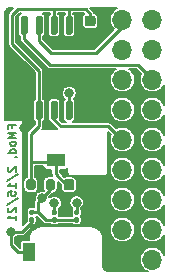
<source format=gbr>
G04 #@! TF.GenerationSoftware,KiCad,Pcbnew,5.1.7-a382d34a8~87~ubuntu18.04.1*
G04 #@! TF.CreationDate,2021-03-14T15:13:56-04:00*
G04 #@! TF.ProjectId,FLASH_MOD,464c4153-485f-44d4-9f44-2e6b69636164,0*
G04 #@! TF.SameCoordinates,Original*
G04 #@! TF.FileFunction,Copper,L2,Bot*
G04 #@! TF.FilePolarity,Positive*
%FSLAX46Y46*%
G04 Gerber Fmt 4.6, Leading zero omitted, Abs format (unit mm)*
G04 Created by KiCad (PCBNEW 5.1.7-a382d34a8~87~ubuntu18.04.1) date 2021-03-14 15:13:56*
%MOMM*%
%LPD*%
G01*
G04 APERTURE LIST*
G04 #@! TA.AperFunction,NonConductor*
%ADD10C,0.160000*%
G04 #@! TD*
G04 #@! TA.AperFunction,ComponentPad*
%ADD11O,1.700000X1.700000*%
G04 #@! TD*
G04 #@! TA.AperFunction,SMDPad,CuDef*
%ADD12R,1.600000X1.100000*%
G04 #@! TD*
G04 #@! TA.AperFunction,SMDPad,CuDef*
%ADD13R,1.100000X1.600000*%
G04 #@! TD*
G04 #@! TA.AperFunction,ViaPad*
%ADD14C,0.800000*%
G04 #@! TD*
G04 #@! TA.AperFunction,Conductor*
%ADD15C,0.254000*%
G04 #@! TD*
G04 #@! TA.AperFunction,Conductor*
%ADD16C,0.152400*%
G04 #@! TD*
G04 #@! TA.AperFunction,Conductor*
%ADD17C,0.100000*%
G04 #@! TD*
%ADD18C,0.350000*%
G04 APERTURE END LIST*
D10*
X206071000Y-77132333D02*
X206071000Y-76899000D01*
X206437666Y-76899000D02*
X205737666Y-76899000D01*
X205737666Y-77232333D01*
X206437666Y-77499000D02*
X205737666Y-77499000D01*
X206237666Y-77732333D01*
X205737666Y-77965666D01*
X206437666Y-77965666D01*
X206437666Y-78399000D02*
X206404333Y-78332333D01*
X206371000Y-78299000D01*
X206304333Y-78265666D01*
X206104333Y-78265666D01*
X206037666Y-78299000D01*
X206004333Y-78332333D01*
X205971000Y-78399000D01*
X205971000Y-78499000D01*
X206004333Y-78565666D01*
X206037666Y-78599000D01*
X206104333Y-78632333D01*
X206304333Y-78632333D01*
X206371000Y-78599000D01*
X206404333Y-78565666D01*
X206437666Y-78499000D01*
X206437666Y-78399000D01*
X206437666Y-79232333D02*
X205737666Y-79232333D01*
X206404333Y-79232333D02*
X206437666Y-79165666D01*
X206437666Y-79032333D01*
X206404333Y-78965666D01*
X206371000Y-78932333D01*
X206304333Y-78899000D01*
X206104333Y-78899000D01*
X206037666Y-78932333D01*
X206004333Y-78965666D01*
X205971000Y-79032333D01*
X205971000Y-79165666D01*
X206004333Y-79232333D01*
X206404333Y-79599000D02*
X206437666Y-79599000D01*
X206504333Y-79565666D01*
X206537666Y-79532333D01*
X205804333Y-80399000D02*
X205771000Y-80432333D01*
X205737666Y-80499000D01*
X205737666Y-80665666D01*
X205771000Y-80732333D01*
X205804333Y-80765666D01*
X205871000Y-80799000D01*
X205937666Y-80799000D01*
X206037666Y-80765666D01*
X206437666Y-80365666D01*
X206437666Y-80799000D01*
X205704333Y-81599000D02*
X206604333Y-80999000D01*
X206437666Y-82199000D02*
X206437666Y-81799000D01*
X206437666Y-81999000D02*
X205737666Y-81999000D01*
X205837666Y-81932333D01*
X205904333Y-81865666D01*
X205937666Y-81799000D01*
X205737666Y-82832333D02*
X205737666Y-82499000D01*
X206071000Y-82465666D01*
X206037666Y-82499000D01*
X206004333Y-82565666D01*
X206004333Y-82732333D01*
X206037666Y-82799000D01*
X206071000Y-82832333D01*
X206137666Y-82865666D01*
X206304333Y-82865666D01*
X206371000Y-82832333D01*
X206404333Y-82799000D01*
X206437666Y-82732333D01*
X206437666Y-82565666D01*
X206404333Y-82499000D01*
X206371000Y-82465666D01*
X205704333Y-83665666D02*
X206604333Y-83065666D01*
X205804333Y-83865666D02*
X205771000Y-83899000D01*
X205737666Y-83965666D01*
X205737666Y-84132333D01*
X205771000Y-84199000D01*
X205804333Y-84232333D01*
X205871000Y-84265666D01*
X205937666Y-84265666D01*
X206037666Y-84232333D01*
X206437666Y-83832333D01*
X206437666Y-84265666D01*
X206437666Y-84932333D02*
X206437666Y-84532333D01*
X206437666Y-84732333D02*
X205737666Y-84732333D01*
X205837666Y-84665666D01*
X205904333Y-84599000D01*
X205937666Y-84532333D01*
D11*
G04 #@! TO.P,U101,23*
G04 #@! TO.N,/~LCD_CS*
X218000000Y-67940000D03*
G04 #@! TO.P,U101,24*
G04 #@! TO.N,SPI_SCK*
X215460000Y-67940000D03*
G04 #@! TO.P,U101,25*
G04 #@! TO.N,/LCD_DC*
X218000000Y-70480000D03*
G04 #@! TO.P,U101,26*
G04 #@! TO.N,Net-(JP101-Pad1)*
X215460000Y-70480000D03*
G04 #@! TO.P,U101,27*
G04 #@! TO.N,SPI_MOSI*
X218000000Y-73020000D03*
G04 #@! TO.P,U101,28*
G04 #@! TO.N,Net-(JP102-Pad1)*
X215460000Y-73020000D03*
G04 #@! TO.P,U101,29*
G04 #@! TO.N,N/C*
X218000000Y-75560000D03*
G04 #@! TO.P,U101,30*
X215460000Y-75560000D03*
G04 #@! TO.P,U101,31*
X218000000Y-78100000D03*
G04 #@! TO.P,U101,32*
G04 #@! TO.N,SPI_MISO*
X215460000Y-78100000D03*
G04 #@! TO.P,U101,33*
G04 #@! TO.N,SPI_SCK*
X218000000Y-80640000D03*
G04 #@! TO.P,U101,34*
G04 #@! TO.N,SPI_MOSI*
X215460000Y-80640000D03*
G04 #@! TO.P,U101,35*
G04 #@! TO.N,N/C*
X218000000Y-83180000D03*
G04 #@! TO.P,U101,36*
X215460000Y-83180000D03*
G04 #@! TO.P,U101,37*
X218000000Y-85720000D03*
G04 #@! TO.P,U101,38*
X215460000Y-85720000D03*
G04 #@! TO.P,U101,39*
X218000000Y-88260000D03*
G04 #@! TO.P,U101,40*
G04 #@! TO.N,GND*
X215460000Y-88260000D03*
G04 #@! TD*
D12*
G04 #@! TO.P,TP1,1*
G04 #@! TO.N,+3V3*
X209800000Y-79850000D03*
G04 #@! TD*
D13*
G04 #@! TO.P,TP2,1*
G04 #@! TO.N,/WMCU_RTS*
X207550000Y-87600000D03*
G04 #@! TD*
G04 #@! TO.P,C1,2*
G04 #@! TO.N,GND*
G04 #@! TA.AperFunction,SMDPad,CuDef*
G36*
G01*
X212034000Y-82165000D02*
X212034000Y-81665000D01*
G75*
G02*
X212259000Y-81440000I225000J0D01*
G01*
X212709000Y-81440000D01*
G75*
G02*
X212934000Y-81665000I0J-225000D01*
G01*
X212934000Y-82165000D01*
G75*
G02*
X212709000Y-82390000I-225000J0D01*
G01*
X212259000Y-82390000D01*
G75*
G02*
X212034000Y-82165000I0J225000D01*
G01*
G37*
G04 #@! TD.AperFunction*
G04 #@! TO.P,C1,1*
G04 #@! TO.N,+3V3*
G04 #@! TA.AperFunction,SMDPad,CuDef*
G36*
G01*
X210484000Y-82165000D02*
X210484000Y-81665000D01*
G75*
G02*
X210709000Y-81440000I225000J0D01*
G01*
X211159000Y-81440000D01*
G75*
G02*
X211384000Y-81665000I0J-225000D01*
G01*
X211384000Y-82165000D01*
G75*
G02*
X211159000Y-82390000I-225000J0D01*
G01*
X210709000Y-82390000D01*
G75*
G02*
X210484000Y-82165000I0J225000D01*
G01*
G37*
G04 #@! TD.AperFunction*
G04 #@! TD*
G04 #@! TO.P,C2,1*
G04 #@! TO.N,+3V3*
G04 #@! TA.AperFunction,SMDPad,CuDef*
G36*
G01*
X212475000Y-67609000D02*
X212975000Y-67609000D01*
G75*
G02*
X213200000Y-67834000I0J-225000D01*
G01*
X213200000Y-68284000D01*
G75*
G02*
X212975000Y-68509000I-225000J0D01*
G01*
X212475000Y-68509000D01*
G75*
G02*
X212250000Y-68284000I0J225000D01*
G01*
X212250000Y-67834000D01*
G75*
G02*
X212475000Y-67609000I225000J0D01*
G01*
G37*
G04 #@! TD.AperFunction*
G04 #@! TO.P,C2,2*
G04 #@! TO.N,GND*
G04 #@! TA.AperFunction,SMDPad,CuDef*
G36*
G01*
X212475000Y-69159000D02*
X212975000Y-69159000D01*
G75*
G02*
X213200000Y-69384000I0J-225000D01*
G01*
X213200000Y-69834000D01*
G75*
G02*
X212975000Y-70059000I-225000J0D01*
G01*
X212475000Y-70059000D01*
G75*
G02*
X212250000Y-69834000I0J225000D01*
G01*
X212250000Y-69384000D01*
G75*
G02*
X212475000Y-69159000I225000J0D01*
G01*
G37*
G04 #@! TD.AperFunction*
G04 #@! TD*
G04 #@! TO.P,JP1,1*
G04 #@! TO.N,/LCD_DC*
G04 #@! TA.AperFunction,SMDPad,CuDef*
G36*
G01*
X209577000Y-84032000D02*
X209777000Y-84032000D01*
G75*
G02*
X209877000Y-84132000I0J-100000D01*
G01*
X209877000Y-84392000D01*
G75*
G02*
X209777000Y-84492000I-100000J0D01*
G01*
X209577000Y-84492000D01*
G75*
G02*
X209477000Y-84392000I0J100000D01*
G01*
X209477000Y-84132000D01*
G75*
G02*
X209577000Y-84032000I100000J0D01*
G01*
G37*
G04 #@! TD.AperFunction*
G04 #@! TO.P,JP1,2*
G04 #@! TO.N,Net-(JP1-Pad2)*
G04 #@! TA.AperFunction,SMDPad,CuDef*
G36*
G01*
X209577000Y-84672000D02*
X209777000Y-84672000D01*
G75*
G02*
X209877000Y-84772000I0J-100000D01*
G01*
X209877000Y-85032000D01*
G75*
G02*
X209777000Y-85132000I-100000J0D01*
G01*
X209577000Y-85132000D01*
G75*
G02*
X209477000Y-85032000I0J100000D01*
G01*
X209477000Y-84772000D01*
G75*
G02*
X209577000Y-84672000I100000J0D01*
G01*
G37*
G04 #@! TD.AperFunction*
G04 #@! TD*
G04 #@! TO.P,JP2,2*
G04 #@! TO.N,Net-(JP1-Pad2)*
G04 #@! TA.AperFunction,SMDPad,CuDef*
G36*
G01*
X211482000Y-84672000D02*
X211682000Y-84672000D01*
G75*
G02*
X211782000Y-84772000I0J-100000D01*
G01*
X211782000Y-85032000D01*
G75*
G02*
X211682000Y-85132000I-100000J0D01*
G01*
X211482000Y-85132000D01*
G75*
G02*
X211382000Y-85032000I0J100000D01*
G01*
X211382000Y-84772000D01*
G75*
G02*
X211482000Y-84672000I100000J0D01*
G01*
G37*
G04 #@! TD.AperFunction*
G04 #@! TO.P,JP2,1*
G04 #@! TO.N,/~LCD_CS*
G04 #@! TA.AperFunction,SMDPad,CuDef*
G36*
G01*
X211482000Y-84032000D02*
X211682000Y-84032000D01*
G75*
G02*
X211782000Y-84132000I0J-100000D01*
G01*
X211782000Y-84392000D01*
G75*
G02*
X211682000Y-84492000I-100000J0D01*
G01*
X211482000Y-84492000D01*
G75*
G02*
X211382000Y-84392000I0J100000D01*
G01*
X211382000Y-84132000D01*
G75*
G02*
X211482000Y-84032000I100000J0D01*
G01*
G37*
G04 #@! TD.AperFunction*
G04 #@! TD*
G04 #@! TO.P,JP3,1*
G04 #@! TO.N,/WMCU_RTS*
G04 #@! TA.AperFunction,SMDPad,CuDef*
G36*
G01*
X207872000Y-85132000D02*
X207672000Y-85132000D01*
G75*
G02*
X207572000Y-85032000I0J100000D01*
G01*
X207572000Y-84772000D01*
G75*
G02*
X207672000Y-84672000I100000J0D01*
G01*
X207872000Y-84672000D01*
G75*
G02*
X207972000Y-84772000I0J-100000D01*
G01*
X207972000Y-85032000D01*
G75*
G02*
X207872000Y-85132000I-100000J0D01*
G01*
G37*
G04 #@! TD.AperFunction*
G04 #@! TO.P,JP3,2*
G04 #@! TO.N,Net-(JP1-Pad2)*
G04 #@! TA.AperFunction,SMDPad,CuDef*
G36*
G01*
X207872000Y-84492000D02*
X207672000Y-84492000D01*
G75*
G02*
X207572000Y-84392000I0J100000D01*
G01*
X207572000Y-84132000D01*
G75*
G02*
X207672000Y-84032000I100000J0D01*
G01*
X207872000Y-84032000D01*
G75*
G02*
X207972000Y-84132000I0J-100000D01*
G01*
X207972000Y-84392000D01*
G75*
G02*
X207872000Y-84492000I-100000J0D01*
G01*
G37*
G04 #@! TD.AperFunction*
G04 #@! TD*
G04 #@! TO.P,R1,1*
G04 #@! TO.N,+3V3*
G04 #@! TA.AperFunction,SMDPad,CuDef*
G36*
G01*
X207309000Y-82190000D02*
X207309000Y-81640000D01*
G75*
G02*
X207509000Y-81440000I200000J0D01*
G01*
X207909000Y-81440000D01*
G75*
G02*
X208109000Y-81640000I0J-200000D01*
G01*
X208109000Y-82190000D01*
G75*
G02*
X207909000Y-82390000I-200000J0D01*
G01*
X207509000Y-82390000D01*
G75*
G02*
X207309000Y-82190000I0J200000D01*
G01*
G37*
G04 #@! TD.AperFunction*
G04 #@! TO.P,R1,2*
G04 #@! TO.N,Net-(JP1-Pad2)*
G04 #@! TA.AperFunction,SMDPad,CuDef*
G36*
G01*
X208959000Y-82190000D02*
X208959000Y-81640000D01*
G75*
G02*
X209159000Y-81440000I200000J0D01*
G01*
X209559000Y-81440000D01*
G75*
G02*
X209759000Y-81640000I0J-200000D01*
G01*
X209759000Y-82190000D01*
G75*
G02*
X209559000Y-82390000I-200000J0D01*
G01*
X209159000Y-82390000D01*
G75*
G02*
X208959000Y-82190000I0J200000D01*
G01*
G37*
G04 #@! TD.AperFunction*
G04 #@! TD*
G04 #@! TO.P,U1,1*
G04 #@! TO.N,Net-(JP1-Pad2)*
G04 #@! TA.AperFunction,SMDPad,CuDef*
G36*
G01*
X211097000Y-76409000D02*
X210797000Y-76409000D01*
G75*
G02*
X210647000Y-76259000I0J150000D01*
G01*
X210647000Y-74959000D01*
G75*
G02*
X210797000Y-74809000I150000J0D01*
G01*
X211097000Y-74809000D01*
G75*
G02*
X211247000Y-74959000I0J-150000D01*
G01*
X211247000Y-76259000D01*
G75*
G02*
X211097000Y-76409000I-150000J0D01*
G01*
G37*
G04 #@! TD.AperFunction*
G04 #@! TO.P,U1,2*
G04 #@! TO.N,SPI_MISO*
G04 #@! TA.AperFunction,SMDPad,CuDef*
G36*
G01*
X209827000Y-76409000D02*
X209527000Y-76409000D01*
G75*
G02*
X209377000Y-76259000I0J150000D01*
G01*
X209377000Y-74959000D01*
G75*
G02*
X209527000Y-74809000I150000J0D01*
G01*
X209827000Y-74809000D01*
G75*
G02*
X209977000Y-74959000I0J-150000D01*
G01*
X209977000Y-76259000D01*
G75*
G02*
X209827000Y-76409000I-150000J0D01*
G01*
G37*
G04 #@! TD.AperFunction*
G04 #@! TO.P,U1,3*
G04 #@! TO.N,+3V3*
G04 #@! TA.AperFunction,SMDPad,CuDef*
G36*
G01*
X208557000Y-76409000D02*
X208257000Y-76409000D01*
G75*
G02*
X208107000Y-76259000I0J150000D01*
G01*
X208107000Y-74959000D01*
G75*
G02*
X208257000Y-74809000I150000J0D01*
G01*
X208557000Y-74809000D01*
G75*
G02*
X208707000Y-74959000I0J-150000D01*
G01*
X208707000Y-76259000D01*
G75*
G02*
X208557000Y-76409000I-150000J0D01*
G01*
G37*
G04 #@! TD.AperFunction*
G04 #@! TO.P,U1,4*
G04 #@! TO.N,GND*
G04 #@! TA.AperFunction,SMDPad,CuDef*
G36*
G01*
X207287000Y-76409000D02*
X206987000Y-76409000D01*
G75*
G02*
X206837000Y-76259000I0J150000D01*
G01*
X206837000Y-74959000D01*
G75*
G02*
X206987000Y-74809000I150000J0D01*
G01*
X207287000Y-74809000D01*
G75*
G02*
X207437000Y-74959000I0J-150000D01*
G01*
X207437000Y-76259000D01*
G75*
G02*
X207287000Y-76409000I-150000J0D01*
G01*
G37*
G04 #@! TD.AperFunction*
G04 #@! TO.P,U1,5*
G04 #@! TO.N,SPI_MOSI*
G04 #@! TA.AperFunction,SMDPad,CuDef*
G36*
G01*
X207287000Y-69209000D02*
X206987000Y-69209000D01*
G75*
G02*
X206837000Y-69059000I0J150000D01*
G01*
X206837000Y-67759000D01*
G75*
G02*
X206987000Y-67609000I150000J0D01*
G01*
X207287000Y-67609000D01*
G75*
G02*
X207437000Y-67759000I0J-150000D01*
G01*
X207437000Y-69059000D01*
G75*
G02*
X207287000Y-69209000I-150000J0D01*
G01*
G37*
G04 #@! TD.AperFunction*
G04 #@! TO.P,U1,6*
G04 #@! TO.N,SPI_SCK*
G04 #@! TA.AperFunction,SMDPad,CuDef*
G36*
G01*
X208557000Y-69209000D02*
X208257000Y-69209000D01*
G75*
G02*
X208107000Y-69059000I0J150000D01*
G01*
X208107000Y-67759000D01*
G75*
G02*
X208257000Y-67609000I150000J0D01*
G01*
X208557000Y-67609000D01*
G75*
G02*
X208707000Y-67759000I0J-150000D01*
G01*
X208707000Y-69059000D01*
G75*
G02*
X208557000Y-69209000I-150000J0D01*
G01*
G37*
G04 #@! TD.AperFunction*
G04 #@! TO.P,U1,7*
G04 #@! TO.N,+3V3*
G04 #@! TA.AperFunction,SMDPad,CuDef*
G36*
G01*
X209827000Y-69209000D02*
X209527000Y-69209000D01*
G75*
G02*
X209377000Y-69059000I0J150000D01*
G01*
X209377000Y-67759000D01*
G75*
G02*
X209527000Y-67609000I150000J0D01*
G01*
X209827000Y-67609000D01*
G75*
G02*
X209977000Y-67759000I0J-150000D01*
G01*
X209977000Y-69059000D01*
G75*
G02*
X209827000Y-69209000I-150000J0D01*
G01*
G37*
G04 #@! TD.AperFunction*
G04 #@! TO.P,U1,8*
G04 #@! TA.AperFunction,SMDPad,CuDef*
G36*
G01*
X211097000Y-69209000D02*
X210797000Y-69209000D01*
G75*
G02*
X210647000Y-69059000I0J150000D01*
G01*
X210647000Y-67759000D01*
G75*
G02*
X210797000Y-67609000I150000J0D01*
G01*
X211097000Y-67609000D01*
G75*
G02*
X211247000Y-67759000I0J-150000D01*
G01*
X211247000Y-69059000D01*
G75*
G02*
X211097000Y-69209000I-150000J0D01*
G01*
G37*
G04 #@! TD.AperFunction*
G04 #@! TD*
D14*
G04 #@! TO.N,GND*
X207137000Y-77089000D03*
X211201000Y-69977000D03*
X207137000Y-74041000D03*
G04 #@! TO.N,/WMCU_RTS*
X205994000Y-85915500D03*
G04 #@! TO.N,/LCD_DC*
X209697303Y-83469454D03*
G04 #@! TO.N,/~LCD_CS*
X211582000Y-83439000D03*
G04 #@! TO.N,Net-(JP1-Pad2)*
X210947000Y-74168000D03*
X208661000Y-83058000D03*
G04 #@! TD*
D15*
G04 #@! TO.N,GND*
X207137000Y-75609000D02*
X207137000Y-77089000D01*
X212725000Y-69609000D02*
X211569000Y-69609000D01*
X211569000Y-69609000D02*
X211201000Y-69977000D01*
X214122000Y-87122000D02*
X215392000Y-88392000D01*
X212484000Y-81915000D02*
X214122000Y-83553000D01*
X214122000Y-83553000D02*
X214122000Y-87122000D01*
G04 #@! TO.N,+3V3*
X209677000Y-68409000D02*
X209677000Y-67056000D01*
X210693000Y-67056000D02*
X209677000Y-67056000D01*
X212725000Y-67437000D02*
X212725000Y-68059000D01*
X210693000Y-67056000D02*
X212344000Y-67056000D01*
X212344000Y-67056000D02*
X212725000Y-67437000D01*
X210947000Y-67056000D02*
X210693000Y-67056000D01*
X210947000Y-68409000D02*
X210947000Y-67056000D01*
X210693000Y-81915000D02*
X209804000Y-81026000D01*
X210934000Y-81915000D02*
X210693000Y-81915000D01*
X209804000Y-81026000D02*
X209804000Y-80010000D01*
X206629000Y-67056000D02*
X209677000Y-67056000D01*
X206121000Y-67564000D02*
X206629000Y-67056000D01*
X208407000Y-75609000D02*
X208407000Y-76962000D01*
X207709000Y-77660000D02*
X207709000Y-80074000D01*
X208407000Y-76962000D02*
X207709000Y-77660000D01*
X208407000Y-75609000D02*
X208407000Y-72263000D01*
X208407000Y-72263000D02*
X206121000Y-69977000D01*
X206121000Y-69977000D02*
X206121000Y-67564000D01*
X207709000Y-81915000D02*
X207709000Y-80327000D01*
X207709000Y-80327000D02*
X207709000Y-80074000D01*
X207709000Y-80010000D02*
X209804000Y-80010000D01*
X207709000Y-80327000D02*
X207709000Y-80010000D01*
G04 #@! TO.N,SPI_MISO*
X209677000Y-76409000D02*
X210230000Y-76962000D01*
X209677000Y-75609000D02*
X209677000Y-76409000D01*
X210230000Y-76962000D02*
X214249000Y-76962000D01*
X214249000Y-76962000D02*
X215392000Y-78105000D01*
G04 #@! TO.N,SPI_SCK*
X215519000Y-68453000D02*
X215519000Y-68199000D01*
X213233000Y-70739000D02*
X215519000Y-68453000D01*
X209423000Y-70739000D02*
X213233000Y-70739000D01*
X208407000Y-68409000D02*
X208407000Y-69723000D01*
X208407000Y-69723000D02*
X209423000Y-70739000D01*
G04 #@! TO.N,SPI_MOSI*
X207137000Y-69596000D02*
X209296000Y-71755000D01*
X207137000Y-68409000D02*
X207137000Y-69596000D01*
X209296000Y-71755000D02*
X216789000Y-71755000D01*
X216789000Y-71755000D02*
X218059000Y-73025000D01*
G04 #@! TO.N,/WMCU_RTS*
X207550000Y-87600000D02*
X206599000Y-87600000D01*
X206599000Y-87600000D02*
X205994000Y-86995000D01*
X205994000Y-86995000D02*
X205994000Y-85915500D01*
X206946500Y-85915500D02*
X205994000Y-85915500D01*
X207772000Y-84902000D02*
X207772000Y-85090000D01*
X207772000Y-85090000D02*
X206946500Y-85915500D01*
G04 #@! TO.N,/LCD_DC*
X209677000Y-83489757D02*
X209697303Y-83469454D01*
X209677000Y-84262000D02*
X209677000Y-83489757D01*
G04 #@! TO.N,/~LCD_CS*
X211582000Y-84262000D02*
X211582000Y-83439000D01*
G04 #@! TO.N,Net-(JP1-Pad2)*
X210947000Y-75609000D02*
X210947000Y-74168000D01*
X211582000Y-84902000D02*
X210627000Y-84902000D01*
X209677000Y-84902000D02*
X210627000Y-84902000D01*
X208341000Y-84262000D02*
X207772000Y-84262000D01*
X209677000Y-84902000D02*
X208981000Y-84902000D01*
X208981000Y-84902000D02*
X208341000Y-84262000D01*
X209359000Y-81915000D02*
X209359000Y-82360000D01*
X209359000Y-82360000D02*
X208661000Y-83058000D01*
X208341000Y-84262000D02*
X208341000Y-83378000D01*
X208341000Y-83378000D02*
X208661000Y-83058000D01*
G04 #@! TD*
D16*
G04 #@! TO.N,GND*
X206776047Y-67443286D02*
X206718507Y-67490507D01*
X206671286Y-67548047D01*
X206636197Y-67613693D01*
X206614590Y-67684923D01*
X206607294Y-67759000D01*
X206607294Y-69059000D01*
X206614590Y-69133077D01*
X206636197Y-69204307D01*
X206671286Y-69269953D01*
X206718507Y-69327493D01*
X206776047Y-69374714D01*
X206781401Y-69377576D01*
X206781401Y-69578535D01*
X206779681Y-69596000D01*
X206786546Y-69665710D01*
X206806880Y-69732741D01*
X206811008Y-69740463D01*
X206839900Y-69794516D01*
X206884338Y-69848663D01*
X206897901Y-69859794D01*
X209032210Y-71994105D01*
X209043337Y-72007663D01*
X209056895Y-72018790D01*
X209056900Y-72018795D01*
X209091078Y-72046844D01*
X209097484Y-72052101D01*
X209159260Y-72085121D01*
X209197102Y-72096600D01*
X209226289Y-72105454D01*
X209233187Y-72106133D01*
X209278537Y-72110600D01*
X209278544Y-72110600D01*
X209295999Y-72112319D01*
X209313455Y-72110600D01*
X214879585Y-72110600D01*
X214772433Y-72182197D01*
X214622197Y-72332433D01*
X214504157Y-72509091D01*
X214422850Y-72705384D01*
X214381400Y-72913767D01*
X214381400Y-73126233D01*
X214422850Y-73334616D01*
X214504157Y-73530909D01*
X214622197Y-73707567D01*
X214772433Y-73857803D01*
X214949091Y-73975843D01*
X215145384Y-74057150D01*
X215353767Y-74098600D01*
X215566233Y-74098600D01*
X215774616Y-74057150D01*
X215970909Y-73975843D01*
X216147567Y-73857803D01*
X216297803Y-73707567D01*
X216415843Y-73530909D01*
X216497150Y-73334616D01*
X216538600Y-73126233D01*
X216538600Y-72913767D01*
X216497150Y-72705384D01*
X216415843Y-72509091D01*
X216297803Y-72332433D01*
X216147567Y-72182197D01*
X216040415Y-72110600D01*
X216641707Y-72110600D01*
X217042997Y-72511891D01*
X216962850Y-72705384D01*
X216921400Y-72913767D01*
X216921400Y-73126233D01*
X216962850Y-73334616D01*
X217044157Y-73530909D01*
X217162197Y-73707567D01*
X217312433Y-73857803D01*
X217489091Y-73975843D01*
X217685384Y-74057150D01*
X217893767Y-74098600D01*
X218106233Y-74098600D01*
X218314616Y-74057150D01*
X218510909Y-73975843D01*
X218687567Y-73857803D01*
X218837803Y-73707567D01*
X218955843Y-73530909D01*
X218986900Y-73455930D01*
X218986900Y-75124070D01*
X218955843Y-75049091D01*
X218837803Y-74872433D01*
X218687567Y-74722197D01*
X218510909Y-74604157D01*
X218314616Y-74522850D01*
X218106233Y-74481400D01*
X217893767Y-74481400D01*
X217685384Y-74522850D01*
X217489091Y-74604157D01*
X217312433Y-74722197D01*
X217162197Y-74872433D01*
X217044157Y-75049091D01*
X216962850Y-75245384D01*
X216921400Y-75453767D01*
X216921400Y-75666233D01*
X216962850Y-75874616D01*
X217044157Y-76070909D01*
X217162197Y-76247567D01*
X217312433Y-76397803D01*
X217489091Y-76515843D01*
X217685384Y-76597150D01*
X217893767Y-76638600D01*
X218106233Y-76638600D01*
X218314616Y-76597150D01*
X218510909Y-76515843D01*
X218687567Y-76397803D01*
X218837803Y-76247567D01*
X218955843Y-76070909D01*
X218986900Y-75995930D01*
X218986900Y-77664071D01*
X218955843Y-77589091D01*
X218837803Y-77412433D01*
X218687567Y-77262197D01*
X218510909Y-77144157D01*
X218314616Y-77062850D01*
X218106233Y-77021400D01*
X217893767Y-77021400D01*
X217685384Y-77062850D01*
X217489091Y-77144157D01*
X217312433Y-77262197D01*
X217162197Y-77412433D01*
X217044157Y-77589091D01*
X216962850Y-77785384D01*
X216921400Y-77993767D01*
X216921400Y-78206233D01*
X216962850Y-78414616D01*
X217044157Y-78610909D01*
X217162197Y-78787567D01*
X217312433Y-78937803D01*
X217489091Y-79055843D01*
X217685384Y-79137150D01*
X217893767Y-79178600D01*
X218106233Y-79178600D01*
X218314616Y-79137150D01*
X218510909Y-79055843D01*
X218687567Y-78937803D01*
X218837803Y-78787567D01*
X218955843Y-78610909D01*
X218986901Y-78535929D01*
X218986901Y-80204071D01*
X218955843Y-80129091D01*
X218837803Y-79952433D01*
X218687567Y-79802197D01*
X218510909Y-79684157D01*
X218314616Y-79602850D01*
X218106233Y-79561400D01*
X217893767Y-79561400D01*
X217685384Y-79602850D01*
X217489091Y-79684157D01*
X217312433Y-79802197D01*
X217162197Y-79952433D01*
X217044157Y-80129091D01*
X216962850Y-80325384D01*
X216921400Y-80533767D01*
X216921400Y-80746233D01*
X216962850Y-80954616D01*
X217044157Y-81150909D01*
X217162197Y-81327567D01*
X217312433Y-81477803D01*
X217489091Y-81595843D01*
X217685384Y-81677150D01*
X217893767Y-81718600D01*
X218106233Y-81718600D01*
X218314616Y-81677150D01*
X218510909Y-81595843D01*
X218687567Y-81477803D01*
X218837803Y-81327567D01*
X218955843Y-81150909D01*
X218986901Y-81075929D01*
X218986901Y-82744071D01*
X218955843Y-82669091D01*
X218837803Y-82492433D01*
X218687567Y-82342197D01*
X218510909Y-82224157D01*
X218314616Y-82142850D01*
X218106233Y-82101400D01*
X217893767Y-82101400D01*
X217685384Y-82142850D01*
X217489091Y-82224157D01*
X217312433Y-82342197D01*
X217162197Y-82492433D01*
X217044157Y-82669091D01*
X216962850Y-82865384D01*
X216921400Y-83073767D01*
X216921400Y-83286233D01*
X216962850Y-83494616D01*
X217044157Y-83690909D01*
X217162197Y-83867567D01*
X217312433Y-84017803D01*
X217489091Y-84135843D01*
X217685384Y-84217150D01*
X217893767Y-84258600D01*
X218106233Y-84258600D01*
X218314616Y-84217150D01*
X218510909Y-84135843D01*
X218687567Y-84017803D01*
X218837803Y-83867567D01*
X218955843Y-83690909D01*
X218986901Y-83615929D01*
X218986901Y-85284071D01*
X218955843Y-85209091D01*
X218837803Y-85032433D01*
X218687567Y-84882197D01*
X218510909Y-84764157D01*
X218314616Y-84682850D01*
X218106233Y-84641400D01*
X217893767Y-84641400D01*
X217685384Y-84682850D01*
X217489091Y-84764157D01*
X217312433Y-84882197D01*
X217162197Y-85032433D01*
X217044157Y-85209091D01*
X216962850Y-85405384D01*
X216921400Y-85613767D01*
X216921400Y-85826233D01*
X216962850Y-86034616D01*
X217044157Y-86230909D01*
X217162197Y-86407567D01*
X217312433Y-86557803D01*
X217489091Y-86675843D01*
X217685384Y-86757150D01*
X217893767Y-86798600D01*
X218106233Y-86798600D01*
X218314616Y-86757150D01*
X218510909Y-86675843D01*
X218687567Y-86557803D01*
X218837803Y-86407567D01*
X218955843Y-86230909D01*
X218986901Y-86155928D01*
X218986901Y-87824072D01*
X218955843Y-87749091D01*
X218837803Y-87572433D01*
X218687567Y-87422197D01*
X218510909Y-87304157D01*
X218314616Y-87222850D01*
X218106233Y-87181400D01*
X217893767Y-87181400D01*
X217685384Y-87222850D01*
X217489091Y-87304157D01*
X217312433Y-87422197D01*
X217162197Y-87572433D01*
X217044157Y-87749091D01*
X216962850Y-87945384D01*
X216921400Y-88153767D01*
X216921400Y-88366233D01*
X216962850Y-88574616D01*
X217044157Y-88770909D01*
X217162197Y-88947567D01*
X217312433Y-89097803D01*
X217489091Y-89215843D01*
X217587005Y-89256400D01*
X214326121Y-89256400D01*
X214218867Y-89245884D01*
X214128802Y-89218691D01*
X214045731Y-89174522D01*
X213972822Y-89115059D01*
X213912851Y-89042567D01*
X213868103Y-88959808D01*
X213840283Y-88869933D01*
X213829100Y-88763536D01*
X213829100Y-86473313D01*
X213827902Y-86461149D01*
X213827935Y-86456430D01*
X213827555Y-86452559D01*
X213812010Y-86304657D01*
X213806942Y-86279969D01*
X213802202Y-86255120D01*
X213801077Y-86251396D01*
X213757101Y-86109330D01*
X213747309Y-86086036D01*
X213737856Y-86062639D01*
X213736030Y-86059204D01*
X213736030Y-86059203D01*
X213736029Y-86059202D01*
X213665297Y-85928386D01*
X213651165Y-85907434D01*
X213637350Y-85886323D01*
X213634892Y-85883308D01*
X213540095Y-85768720D01*
X213522181Y-85750931D01*
X213504511Y-85732887D01*
X213501514Y-85730407D01*
X213386267Y-85636414D01*
X213365277Y-85622469D01*
X213352569Y-85613767D01*
X214381400Y-85613767D01*
X214381400Y-85826233D01*
X214422850Y-86034616D01*
X214504157Y-86230909D01*
X214622197Y-86407567D01*
X214772433Y-86557803D01*
X214949091Y-86675843D01*
X215145384Y-86757150D01*
X215353767Y-86798600D01*
X215566233Y-86798600D01*
X215774616Y-86757150D01*
X215970909Y-86675843D01*
X216147567Y-86557803D01*
X216297803Y-86407567D01*
X216415843Y-86230909D01*
X216497150Y-86034616D01*
X216538600Y-85826233D01*
X216538600Y-85613767D01*
X216497150Y-85405384D01*
X216415843Y-85209091D01*
X216297803Y-85032433D01*
X216147567Y-84882197D01*
X215970909Y-84764157D01*
X215774616Y-84682850D01*
X215566233Y-84641400D01*
X215353767Y-84641400D01*
X215145384Y-84682850D01*
X214949091Y-84764157D01*
X214772433Y-84882197D01*
X214622197Y-85032433D01*
X214504157Y-85209091D01*
X214422850Y-85405384D01*
X214381400Y-85613767D01*
X213352569Y-85613767D01*
X213344402Y-85608175D01*
X213340980Y-85606325D01*
X213209671Y-85536507D01*
X213186343Y-85526892D01*
X213163117Y-85516937D01*
X213159400Y-85515787D01*
X213017032Y-85472803D01*
X212992281Y-85467902D01*
X212967562Y-85462648D01*
X212963695Y-85462242D01*
X212963693Y-85462242D01*
X212816782Y-85447837D01*
X212802187Y-85446400D01*
X208583813Y-85446400D01*
X208571649Y-85447598D01*
X208566930Y-85447565D01*
X208563059Y-85447945D01*
X208415157Y-85463490D01*
X208390469Y-85468558D01*
X208365620Y-85473298D01*
X208361896Y-85474423D01*
X208219830Y-85518399D01*
X208196536Y-85528191D01*
X208173139Y-85537644D01*
X208169709Y-85539467D01*
X208169705Y-85539469D01*
X208169704Y-85539470D01*
X208038886Y-85610203D01*
X208017934Y-85624335D01*
X207996823Y-85638150D01*
X207993808Y-85640608D01*
X207879220Y-85735405D01*
X207861431Y-85753319D01*
X207843387Y-85770989D01*
X207840907Y-85773986D01*
X207746914Y-85889233D01*
X207732969Y-85910223D01*
X207718675Y-85931098D01*
X207716825Y-85934520D01*
X207647007Y-86065829D01*
X207637392Y-86089157D01*
X207627437Y-86112383D01*
X207626287Y-86116100D01*
X207583303Y-86258468D01*
X207578402Y-86283219D01*
X207573148Y-86307938D01*
X207572742Y-86311807D01*
X207560888Y-86432706D01*
X207560830Y-86432898D01*
X207556875Y-86473833D01*
X207557055Y-86570294D01*
X207000000Y-86570294D01*
X206955187Y-86574708D01*
X206912095Y-86587779D01*
X206872382Y-86609006D01*
X206837573Y-86637573D01*
X206809006Y-86672382D01*
X206787779Y-86712095D01*
X206774708Y-86755187D01*
X206770294Y-86800000D01*
X206770294Y-87244400D01*
X206746295Y-87244400D01*
X206349600Y-86847707D01*
X206349600Y-86433907D01*
X206394709Y-86403766D01*
X206482266Y-86316209D01*
X206512407Y-86271100D01*
X206929045Y-86271100D01*
X206946500Y-86272819D01*
X206963955Y-86271100D01*
X206963963Y-86271100D01*
X207016210Y-86265954D01*
X207083240Y-86245621D01*
X207145016Y-86212601D01*
X207199163Y-86168163D01*
X207210299Y-86154595D01*
X208011105Y-85353790D01*
X208024663Y-85342663D01*
X208035790Y-85329105D01*
X208035795Y-85329100D01*
X208054216Y-85306654D01*
X208055175Y-85306141D01*
X208105137Y-85265137D01*
X208146141Y-85215175D01*
X208176609Y-85158173D01*
X208195371Y-85096322D01*
X208201706Y-85032000D01*
X208201706Y-84772000D01*
X208195371Y-84707678D01*
X208176609Y-84645827D01*
X208161521Y-84617600D01*
X208193707Y-84617600D01*
X208717206Y-85141100D01*
X208728337Y-85154663D01*
X208782484Y-85199101D01*
X208844260Y-85232121D01*
X208911290Y-85252454D01*
X208963537Y-85257600D01*
X208963545Y-85257600D01*
X208981000Y-85259319D01*
X208998455Y-85257600D01*
X209337677Y-85257600D01*
X209343863Y-85265137D01*
X209393825Y-85306141D01*
X209450827Y-85336609D01*
X209512678Y-85355371D01*
X209577000Y-85361706D01*
X209777000Y-85361706D01*
X209841322Y-85355371D01*
X209903173Y-85336609D01*
X209960175Y-85306141D01*
X210010137Y-85265137D01*
X210016323Y-85257600D01*
X211242677Y-85257600D01*
X211248863Y-85265137D01*
X211298825Y-85306141D01*
X211355827Y-85336609D01*
X211417678Y-85355371D01*
X211482000Y-85361706D01*
X211682000Y-85361706D01*
X211746322Y-85355371D01*
X211808173Y-85336609D01*
X211865175Y-85306141D01*
X211915137Y-85265137D01*
X211956141Y-85215175D01*
X211986609Y-85158173D01*
X212005371Y-85096322D01*
X212011706Y-85032000D01*
X212011706Y-84772000D01*
X212005371Y-84707678D01*
X211986609Y-84645827D01*
X211956141Y-84588825D01*
X211950540Y-84582000D01*
X211956141Y-84575175D01*
X211986609Y-84518173D01*
X212005371Y-84456322D01*
X212011706Y-84392000D01*
X212011706Y-84132000D01*
X212005371Y-84067678D01*
X211986609Y-84005827D01*
X211956141Y-83948825D01*
X211954123Y-83946367D01*
X211982709Y-83927266D01*
X212070266Y-83839709D01*
X212139059Y-83736754D01*
X212186444Y-83622356D01*
X212210600Y-83500912D01*
X212210600Y-83377088D01*
X212186444Y-83255644D01*
X212139059Y-83141246D01*
X212093971Y-83073767D01*
X214381400Y-83073767D01*
X214381400Y-83286233D01*
X214422850Y-83494616D01*
X214504157Y-83690909D01*
X214622197Y-83867567D01*
X214772433Y-84017803D01*
X214949091Y-84135843D01*
X215145384Y-84217150D01*
X215353767Y-84258600D01*
X215566233Y-84258600D01*
X215774616Y-84217150D01*
X215970909Y-84135843D01*
X216147567Y-84017803D01*
X216297803Y-83867567D01*
X216415843Y-83690909D01*
X216497150Y-83494616D01*
X216538600Y-83286233D01*
X216538600Y-83073767D01*
X216497150Y-82865384D01*
X216415843Y-82669091D01*
X216297803Y-82492433D01*
X216147567Y-82342197D01*
X215970909Y-82224157D01*
X215774616Y-82142850D01*
X215566233Y-82101400D01*
X215353767Y-82101400D01*
X215145384Y-82142850D01*
X214949091Y-82224157D01*
X214772433Y-82342197D01*
X214622197Y-82492433D01*
X214504157Y-82669091D01*
X214422850Y-82865384D01*
X214381400Y-83073767D01*
X212093971Y-83073767D01*
X212070266Y-83038291D01*
X211982709Y-82950734D01*
X211879754Y-82881941D01*
X211765356Y-82834556D01*
X211643912Y-82810400D01*
X211520088Y-82810400D01*
X211398644Y-82834556D01*
X211284246Y-82881941D01*
X211181291Y-82950734D01*
X211093734Y-83038291D01*
X211024941Y-83141246D01*
X210977556Y-83255644D01*
X210953400Y-83377088D01*
X210953400Y-83500912D01*
X210977556Y-83622356D01*
X211024941Y-83736754D01*
X211093734Y-83839709D01*
X211181291Y-83927266D01*
X211209877Y-83946367D01*
X211207859Y-83948825D01*
X211177391Y-84005827D01*
X211158629Y-84067678D01*
X211152294Y-84132000D01*
X211152294Y-84392000D01*
X211158629Y-84456322D01*
X211177391Y-84518173D01*
X211192479Y-84546400D01*
X210066521Y-84546400D01*
X210081609Y-84518173D01*
X210100371Y-84456322D01*
X210106706Y-84392000D01*
X210106706Y-84132000D01*
X210100371Y-84067678D01*
X210081609Y-84005827D01*
X210066979Y-83978456D01*
X210098012Y-83957720D01*
X210185569Y-83870163D01*
X210254362Y-83767208D01*
X210301747Y-83652810D01*
X210325903Y-83531366D01*
X210325903Y-83407542D01*
X210301747Y-83286098D01*
X210254362Y-83171700D01*
X210185569Y-83068745D01*
X210098012Y-82981188D01*
X209995057Y-82912395D01*
X209880659Y-82865010D01*
X209759215Y-82840854D01*
X209635391Y-82840854D01*
X209513947Y-82865010D01*
X209399549Y-82912395D01*
X209296594Y-82981188D01*
X209288288Y-82989494D01*
X209279016Y-82942878D01*
X209598105Y-82623790D01*
X209609093Y-82614772D01*
X209642831Y-82611449D01*
X209723441Y-82586997D01*
X209797732Y-82547287D01*
X209862848Y-82493848D01*
X209916287Y-82428732D01*
X209955997Y-82354441D01*
X209980449Y-82273831D01*
X209988706Y-82190000D01*
X209988706Y-81713599D01*
X210254294Y-81979188D01*
X210254294Y-82165000D01*
X210263031Y-82253709D01*
X210288906Y-82339008D01*
X210330926Y-82417621D01*
X210387474Y-82486526D01*
X210456379Y-82543074D01*
X210534992Y-82585094D01*
X210620291Y-82610969D01*
X210709000Y-82619706D01*
X211159000Y-82619706D01*
X211247709Y-82610969D01*
X211333008Y-82585094D01*
X211411621Y-82543074D01*
X211480526Y-82486526D01*
X211537074Y-82417621D01*
X211579094Y-82339008D01*
X211604969Y-82253709D01*
X211613706Y-82165000D01*
X211613706Y-81665000D01*
X211604969Y-81576291D01*
X211579094Y-81490992D01*
X211537074Y-81412379D01*
X211480526Y-81343474D01*
X211411621Y-81286926D01*
X211333008Y-81244906D01*
X211247709Y-81219031D01*
X211159000Y-81210294D01*
X210709000Y-81210294D01*
X210620291Y-81219031D01*
X210534992Y-81244906D01*
X210529002Y-81248108D01*
X210159600Y-80878707D01*
X210159600Y-80629706D01*
X210600000Y-80629706D01*
X210644813Y-80625292D01*
X210687905Y-80612221D01*
X210727618Y-80590994D01*
X210762427Y-80562427D01*
X210790994Y-80527618D01*
X210795400Y-80519374D01*
X210795400Y-80885564D01*
X210794053Y-80899489D01*
X210799527Y-80954094D01*
X210815550Y-81006582D01*
X210841505Y-81054937D01*
X210876394Y-81097298D01*
X210918876Y-81132039D01*
X210967322Y-81157824D01*
X211019865Y-81173663D01*
X211060800Y-81177623D01*
X213922550Y-81172623D01*
X213936000Y-81173948D01*
X213949936Y-81172575D01*
X213950173Y-81172575D01*
X213963235Y-81171266D01*
X213990615Y-81168569D01*
X213990851Y-81168497D01*
X213991094Y-81168473D01*
X214016847Y-81160611D01*
X214043131Y-81152638D01*
X214043351Y-81152521D01*
X214043582Y-81152450D01*
X214067110Y-81139821D01*
X214091531Y-81126768D01*
X214091725Y-81126609D01*
X214091937Y-81126495D01*
X214112491Y-81109566D01*
X214133953Y-81091953D01*
X214134112Y-81091759D01*
X214134298Y-81091606D01*
X214151137Y-81071014D01*
X214168768Y-81049531D01*
X214168887Y-81049309D01*
X214169038Y-81049124D01*
X214181495Y-81025720D01*
X214194638Y-81001131D01*
X214194711Y-81000890D01*
X214194824Y-81000678D01*
X214202504Y-80975201D01*
X214210569Y-80948615D01*
X214210594Y-80948365D01*
X214210663Y-80948135D01*
X214213237Y-80921526D01*
X214214600Y-80907687D01*
X214214600Y-80907436D01*
X214215947Y-80893511D01*
X214214600Y-80880077D01*
X214214600Y-80533767D01*
X214381400Y-80533767D01*
X214381400Y-80746233D01*
X214422850Y-80954616D01*
X214504157Y-81150909D01*
X214622197Y-81327567D01*
X214772433Y-81477803D01*
X214949091Y-81595843D01*
X215145384Y-81677150D01*
X215353767Y-81718600D01*
X215566233Y-81718600D01*
X215774616Y-81677150D01*
X215970909Y-81595843D01*
X216147567Y-81477803D01*
X216297803Y-81327567D01*
X216415843Y-81150909D01*
X216497150Y-80954616D01*
X216538600Y-80746233D01*
X216538600Y-80533767D01*
X216497150Y-80325384D01*
X216415843Y-80129091D01*
X216297803Y-79952433D01*
X216147567Y-79802197D01*
X215970909Y-79684157D01*
X215774616Y-79602850D01*
X215566233Y-79561400D01*
X215353767Y-79561400D01*
X215145384Y-79602850D01*
X214949091Y-79684157D01*
X214772433Y-79802197D01*
X214622197Y-79952433D01*
X214504157Y-80129091D01*
X214422850Y-80325384D01*
X214381400Y-80533767D01*
X214214600Y-80533767D01*
X214214600Y-77478687D01*
X214215948Y-77465000D01*
X214212325Y-77428219D01*
X214465800Y-77681694D01*
X214422850Y-77785384D01*
X214381400Y-77993767D01*
X214381400Y-78206233D01*
X214422850Y-78414616D01*
X214504157Y-78610909D01*
X214622197Y-78787567D01*
X214772433Y-78937803D01*
X214949091Y-79055843D01*
X215145384Y-79137150D01*
X215353767Y-79178600D01*
X215566233Y-79178600D01*
X215774616Y-79137150D01*
X215970909Y-79055843D01*
X216147567Y-78937803D01*
X216297803Y-78787567D01*
X216415843Y-78610909D01*
X216497150Y-78414616D01*
X216538600Y-78206233D01*
X216538600Y-77993767D01*
X216497150Y-77785384D01*
X216415843Y-77589091D01*
X216297803Y-77412433D01*
X216147567Y-77262197D01*
X215970909Y-77144157D01*
X215774616Y-77062850D01*
X215566233Y-77021400D01*
X215353767Y-77021400D01*
X215145384Y-77062850D01*
X214949091Y-77144157D01*
X214940075Y-77150181D01*
X214512799Y-76722906D01*
X214501663Y-76709337D01*
X214447516Y-76664899D01*
X214385740Y-76631879D01*
X214318710Y-76611546D01*
X214266463Y-76606400D01*
X214266455Y-76606400D01*
X214249000Y-76604681D01*
X214231545Y-76606400D01*
X211248673Y-76606400D01*
X211307953Y-76574714D01*
X211365493Y-76527493D01*
X211412714Y-76469953D01*
X211447803Y-76404307D01*
X211469410Y-76333077D01*
X211476706Y-76259000D01*
X211476706Y-75453767D01*
X214381400Y-75453767D01*
X214381400Y-75666233D01*
X214422850Y-75874616D01*
X214504157Y-76070909D01*
X214622197Y-76247567D01*
X214772433Y-76397803D01*
X214949091Y-76515843D01*
X215145384Y-76597150D01*
X215353767Y-76638600D01*
X215566233Y-76638600D01*
X215774616Y-76597150D01*
X215970909Y-76515843D01*
X216147567Y-76397803D01*
X216297803Y-76247567D01*
X216415843Y-76070909D01*
X216497150Y-75874616D01*
X216538600Y-75666233D01*
X216538600Y-75453767D01*
X216497150Y-75245384D01*
X216415843Y-75049091D01*
X216297803Y-74872433D01*
X216147567Y-74722197D01*
X215970909Y-74604157D01*
X215774616Y-74522850D01*
X215566233Y-74481400D01*
X215353767Y-74481400D01*
X215145384Y-74522850D01*
X214949091Y-74604157D01*
X214772433Y-74722197D01*
X214622197Y-74872433D01*
X214504157Y-75049091D01*
X214422850Y-75245384D01*
X214381400Y-75453767D01*
X211476706Y-75453767D01*
X211476706Y-74959000D01*
X211469410Y-74884923D01*
X211447803Y-74813693D01*
X211412714Y-74748047D01*
X211365493Y-74690507D01*
X211334513Y-74665083D01*
X211347709Y-74656266D01*
X211435266Y-74568709D01*
X211504059Y-74465754D01*
X211551444Y-74351356D01*
X211575600Y-74229912D01*
X211575600Y-74106088D01*
X211551444Y-73984644D01*
X211504059Y-73870246D01*
X211435266Y-73767291D01*
X211347709Y-73679734D01*
X211244754Y-73610941D01*
X211130356Y-73563556D01*
X211008912Y-73539400D01*
X210885088Y-73539400D01*
X210763644Y-73563556D01*
X210649246Y-73610941D01*
X210546291Y-73679734D01*
X210458734Y-73767291D01*
X210389941Y-73870246D01*
X210342556Y-73984644D01*
X210318400Y-74106088D01*
X210318400Y-74229912D01*
X210342556Y-74351356D01*
X210389941Y-74465754D01*
X210458734Y-74568709D01*
X210546291Y-74656266D01*
X210559487Y-74665083D01*
X210528507Y-74690507D01*
X210481286Y-74748047D01*
X210446197Y-74813693D01*
X210424590Y-74884923D01*
X210417294Y-74959000D01*
X210417294Y-76259000D01*
X210424590Y-76333077D01*
X210446197Y-76404307D01*
X210481286Y-76469953D01*
X210528507Y-76527493D01*
X210586047Y-76574714D01*
X210645327Y-76606400D01*
X210377295Y-76606400D01*
X210176897Y-76406003D01*
X210177803Y-76404307D01*
X210199410Y-76333077D01*
X210206706Y-76259000D01*
X210206706Y-74959000D01*
X210199410Y-74884923D01*
X210177803Y-74813693D01*
X210142714Y-74748047D01*
X210095493Y-74690507D01*
X210037953Y-74643286D01*
X209972307Y-74608197D01*
X209901077Y-74586590D01*
X209827000Y-74579294D01*
X209527000Y-74579294D01*
X209452923Y-74586590D01*
X209381693Y-74608197D01*
X209316047Y-74643286D01*
X209258507Y-74690507D01*
X209211286Y-74748047D01*
X209176197Y-74813693D01*
X209154590Y-74884923D01*
X209147294Y-74959000D01*
X209147294Y-76259000D01*
X209154590Y-76333077D01*
X209176197Y-76404307D01*
X209211286Y-76469953D01*
X209258507Y-76527493D01*
X209316047Y-76574714D01*
X209381693Y-76609803D01*
X209381805Y-76609837D01*
X209424338Y-76661663D01*
X209437901Y-76672794D01*
X209951505Y-77186400D01*
X208682859Y-77186400D01*
X208704100Y-77160517D01*
X208704102Y-77160515D01*
X208737121Y-77098740D01*
X208757454Y-77031710D01*
X208762600Y-76979463D01*
X208762600Y-76979456D01*
X208764319Y-76962001D01*
X208762600Y-76944545D01*
X208762600Y-76577575D01*
X208767953Y-76574714D01*
X208825493Y-76527493D01*
X208872714Y-76469953D01*
X208907803Y-76404307D01*
X208929410Y-76333077D01*
X208936706Y-76259000D01*
X208936706Y-74959000D01*
X208929410Y-74884923D01*
X208907803Y-74813693D01*
X208872714Y-74748047D01*
X208825493Y-74690507D01*
X208767953Y-74643286D01*
X208762600Y-74640425D01*
X208762600Y-72280452D01*
X208764319Y-72262999D01*
X208762600Y-72245546D01*
X208762600Y-72245537D01*
X208757454Y-72193290D01*
X208737121Y-72126260D01*
X208704101Y-72064484D01*
X208698844Y-72058078D01*
X208670795Y-72023900D01*
X208670790Y-72023895D01*
X208659663Y-72010337D01*
X208646105Y-71999210D01*
X206476600Y-69829707D01*
X206476600Y-67711293D01*
X206776295Y-67411600D01*
X206835327Y-67411600D01*
X206776047Y-67443286D01*
G04 #@! TA.AperFunction,Conductor*
D17*
G36*
X206776047Y-67443286D02*
G01*
X206718507Y-67490507D01*
X206671286Y-67548047D01*
X206636197Y-67613693D01*
X206614590Y-67684923D01*
X206607294Y-67759000D01*
X206607294Y-69059000D01*
X206614590Y-69133077D01*
X206636197Y-69204307D01*
X206671286Y-69269953D01*
X206718507Y-69327493D01*
X206776047Y-69374714D01*
X206781401Y-69377576D01*
X206781401Y-69578535D01*
X206779681Y-69596000D01*
X206786546Y-69665710D01*
X206806880Y-69732741D01*
X206811008Y-69740463D01*
X206839900Y-69794516D01*
X206884338Y-69848663D01*
X206897901Y-69859794D01*
X209032210Y-71994105D01*
X209043337Y-72007663D01*
X209056895Y-72018790D01*
X209056900Y-72018795D01*
X209091078Y-72046844D01*
X209097484Y-72052101D01*
X209159260Y-72085121D01*
X209197102Y-72096600D01*
X209226289Y-72105454D01*
X209233187Y-72106133D01*
X209278537Y-72110600D01*
X209278544Y-72110600D01*
X209295999Y-72112319D01*
X209313455Y-72110600D01*
X214879585Y-72110600D01*
X214772433Y-72182197D01*
X214622197Y-72332433D01*
X214504157Y-72509091D01*
X214422850Y-72705384D01*
X214381400Y-72913767D01*
X214381400Y-73126233D01*
X214422850Y-73334616D01*
X214504157Y-73530909D01*
X214622197Y-73707567D01*
X214772433Y-73857803D01*
X214949091Y-73975843D01*
X215145384Y-74057150D01*
X215353767Y-74098600D01*
X215566233Y-74098600D01*
X215774616Y-74057150D01*
X215970909Y-73975843D01*
X216147567Y-73857803D01*
X216297803Y-73707567D01*
X216415843Y-73530909D01*
X216497150Y-73334616D01*
X216538600Y-73126233D01*
X216538600Y-72913767D01*
X216497150Y-72705384D01*
X216415843Y-72509091D01*
X216297803Y-72332433D01*
X216147567Y-72182197D01*
X216040415Y-72110600D01*
X216641707Y-72110600D01*
X217042997Y-72511891D01*
X216962850Y-72705384D01*
X216921400Y-72913767D01*
X216921400Y-73126233D01*
X216962850Y-73334616D01*
X217044157Y-73530909D01*
X217162197Y-73707567D01*
X217312433Y-73857803D01*
X217489091Y-73975843D01*
X217685384Y-74057150D01*
X217893767Y-74098600D01*
X218106233Y-74098600D01*
X218314616Y-74057150D01*
X218510909Y-73975843D01*
X218687567Y-73857803D01*
X218837803Y-73707567D01*
X218955843Y-73530909D01*
X218986900Y-73455930D01*
X218986900Y-75124070D01*
X218955843Y-75049091D01*
X218837803Y-74872433D01*
X218687567Y-74722197D01*
X218510909Y-74604157D01*
X218314616Y-74522850D01*
X218106233Y-74481400D01*
X217893767Y-74481400D01*
X217685384Y-74522850D01*
X217489091Y-74604157D01*
X217312433Y-74722197D01*
X217162197Y-74872433D01*
X217044157Y-75049091D01*
X216962850Y-75245384D01*
X216921400Y-75453767D01*
X216921400Y-75666233D01*
X216962850Y-75874616D01*
X217044157Y-76070909D01*
X217162197Y-76247567D01*
X217312433Y-76397803D01*
X217489091Y-76515843D01*
X217685384Y-76597150D01*
X217893767Y-76638600D01*
X218106233Y-76638600D01*
X218314616Y-76597150D01*
X218510909Y-76515843D01*
X218687567Y-76397803D01*
X218837803Y-76247567D01*
X218955843Y-76070909D01*
X218986900Y-75995930D01*
X218986900Y-77664071D01*
X218955843Y-77589091D01*
X218837803Y-77412433D01*
X218687567Y-77262197D01*
X218510909Y-77144157D01*
X218314616Y-77062850D01*
X218106233Y-77021400D01*
X217893767Y-77021400D01*
X217685384Y-77062850D01*
X217489091Y-77144157D01*
X217312433Y-77262197D01*
X217162197Y-77412433D01*
X217044157Y-77589091D01*
X216962850Y-77785384D01*
X216921400Y-77993767D01*
X216921400Y-78206233D01*
X216962850Y-78414616D01*
X217044157Y-78610909D01*
X217162197Y-78787567D01*
X217312433Y-78937803D01*
X217489091Y-79055843D01*
X217685384Y-79137150D01*
X217893767Y-79178600D01*
X218106233Y-79178600D01*
X218314616Y-79137150D01*
X218510909Y-79055843D01*
X218687567Y-78937803D01*
X218837803Y-78787567D01*
X218955843Y-78610909D01*
X218986901Y-78535929D01*
X218986901Y-80204071D01*
X218955843Y-80129091D01*
X218837803Y-79952433D01*
X218687567Y-79802197D01*
X218510909Y-79684157D01*
X218314616Y-79602850D01*
X218106233Y-79561400D01*
X217893767Y-79561400D01*
X217685384Y-79602850D01*
X217489091Y-79684157D01*
X217312433Y-79802197D01*
X217162197Y-79952433D01*
X217044157Y-80129091D01*
X216962850Y-80325384D01*
X216921400Y-80533767D01*
X216921400Y-80746233D01*
X216962850Y-80954616D01*
X217044157Y-81150909D01*
X217162197Y-81327567D01*
X217312433Y-81477803D01*
X217489091Y-81595843D01*
X217685384Y-81677150D01*
X217893767Y-81718600D01*
X218106233Y-81718600D01*
X218314616Y-81677150D01*
X218510909Y-81595843D01*
X218687567Y-81477803D01*
X218837803Y-81327567D01*
X218955843Y-81150909D01*
X218986901Y-81075929D01*
X218986901Y-82744071D01*
X218955843Y-82669091D01*
X218837803Y-82492433D01*
X218687567Y-82342197D01*
X218510909Y-82224157D01*
X218314616Y-82142850D01*
X218106233Y-82101400D01*
X217893767Y-82101400D01*
X217685384Y-82142850D01*
X217489091Y-82224157D01*
X217312433Y-82342197D01*
X217162197Y-82492433D01*
X217044157Y-82669091D01*
X216962850Y-82865384D01*
X216921400Y-83073767D01*
X216921400Y-83286233D01*
X216962850Y-83494616D01*
X217044157Y-83690909D01*
X217162197Y-83867567D01*
X217312433Y-84017803D01*
X217489091Y-84135843D01*
X217685384Y-84217150D01*
X217893767Y-84258600D01*
X218106233Y-84258600D01*
X218314616Y-84217150D01*
X218510909Y-84135843D01*
X218687567Y-84017803D01*
X218837803Y-83867567D01*
X218955843Y-83690909D01*
X218986901Y-83615929D01*
X218986901Y-85284071D01*
X218955843Y-85209091D01*
X218837803Y-85032433D01*
X218687567Y-84882197D01*
X218510909Y-84764157D01*
X218314616Y-84682850D01*
X218106233Y-84641400D01*
X217893767Y-84641400D01*
X217685384Y-84682850D01*
X217489091Y-84764157D01*
X217312433Y-84882197D01*
X217162197Y-85032433D01*
X217044157Y-85209091D01*
X216962850Y-85405384D01*
X216921400Y-85613767D01*
X216921400Y-85826233D01*
X216962850Y-86034616D01*
X217044157Y-86230909D01*
X217162197Y-86407567D01*
X217312433Y-86557803D01*
X217489091Y-86675843D01*
X217685384Y-86757150D01*
X217893767Y-86798600D01*
X218106233Y-86798600D01*
X218314616Y-86757150D01*
X218510909Y-86675843D01*
X218687567Y-86557803D01*
X218837803Y-86407567D01*
X218955843Y-86230909D01*
X218986901Y-86155928D01*
X218986901Y-87824072D01*
X218955843Y-87749091D01*
X218837803Y-87572433D01*
X218687567Y-87422197D01*
X218510909Y-87304157D01*
X218314616Y-87222850D01*
X218106233Y-87181400D01*
X217893767Y-87181400D01*
X217685384Y-87222850D01*
X217489091Y-87304157D01*
X217312433Y-87422197D01*
X217162197Y-87572433D01*
X217044157Y-87749091D01*
X216962850Y-87945384D01*
X216921400Y-88153767D01*
X216921400Y-88366233D01*
X216962850Y-88574616D01*
X217044157Y-88770909D01*
X217162197Y-88947567D01*
X217312433Y-89097803D01*
X217489091Y-89215843D01*
X217587005Y-89256400D01*
X214326121Y-89256400D01*
X214218867Y-89245884D01*
X214128802Y-89218691D01*
X214045731Y-89174522D01*
X213972822Y-89115059D01*
X213912851Y-89042567D01*
X213868103Y-88959808D01*
X213840283Y-88869933D01*
X213829100Y-88763536D01*
X213829100Y-86473313D01*
X213827902Y-86461149D01*
X213827935Y-86456430D01*
X213827555Y-86452559D01*
X213812010Y-86304657D01*
X213806942Y-86279969D01*
X213802202Y-86255120D01*
X213801077Y-86251396D01*
X213757101Y-86109330D01*
X213747309Y-86086036D01*
X213737856Y-86062639D01*
X213736030Y-86059204D01*
X213736030Y-86059203D01*
X213736029Y-86059202D01*
X213665297Y-85928386D01*
X213651165Y-85907434D01*
X213637350Y-85886323D01*
X213634892Y-85883308D01*
X213540095Y-85768720D01*
X213522181Y-85750931D01*
X213504511Y-85732887D01*
X213501514Y-85730407D01*
X213386267Y-85636414D01*
X213365277Y-85622469D01*
X213352569Y-85613767D01*
X214381400Y-85613767D01*
X214381400Y-85826233D01*
X214422850Y-86034616D01*
X214504157Y-86230909D01*
X214622197Y-86407567D01*
X214772433Y-86557803D01*
X214949091Y-86675843D01*
X215145384Y-86757150D01*
X215353767Y-86798600D01*
X215566233Y-86798600D01*
X215774616Y-86757150D01*
X215970909Y-86675843D01*
X216147567Y-86557803D01*
X216297803Y-86407567D01*
X216415843Y-86230909D01*
X216497150Y-86034616D01*
X216538600Y-85826233D01*
X216538600Y-85613767D01*
X216497150Y-85405384D01*
X216415843Y-85209091D01*
X216297803Y-85032433D01*
X216147567Y-84882197D01*
X215970909Y-84764157D01*
X215774616Y-84682850D01*
X215566233Y-84641400D01*
X215353767Y-84641400D01*
X215145384Y-84682850D01*
X214949091Y-84764157D01*
X214772433Y-84882197D01*
X214622197Y-85032433D01*
X214504157Y-85209091D01*
X214422850Y-85405384D01*
X214381400Y-85613767D01*
X213352569Y-85613767D01*
X213344402Y-85608175D01*
X213340980Y-85606325D01*
X213209671Y-85536507D01*
X213186343Y-85526892D01*
X213163117Y-85516937D01*
X213159400Y-85515787D01*
X213017032Y-85472803D01*
X212992281Y-85467902D01*
X212967562Y-85462648D01*
X212963695Y-85462242D01*
X212963693Y-85462242D01*
X212816782Y-85447837D01*
X212802187Y-85446400D01*
X208583813Y-85446400D01*
X208571649Y-85447598D01*
X208566930Y-85447565D01*
X208563059Y-85447945D01*
X208415157Y-85463490D01*
X208390469Y-85468558D01*
X208365620Y-85473298D01*
X208361896Y-85474423D01*
X208219830Y-85518399D01*
X208196536Y-85528191D01*
X208173139Y-85537644D01*
X208169709Y-85539467D01*
X208169705Y-85539469D01*
X208169704Y-85539470D01*
X208038886Y-85610203D01*
X208017934Y-85624335D01*
X207996823Y-85638150D01*
X207993808Y-85640608D01*
X207879220Y-85735405D01*
X207861431Y-85753319D01*
X207843387Y-85770989D01*
X207840907Y-85773986D01*
X207746914Y-85889233D01*
X207732969Y-85910223D01*
X207718675Y-85931098D01*
X207716825Y-85934520D01*
X207647007Y-86065829D01*
X207637392Y-86089157D01*
X207627437Y-86112383D01*
X207626287Y-86116100D01*
X207583303Y-86258468D01*
X207578402Y-86283219D01*
X207573148Y-86307938D01*
X207572742Y-86311807D01*
X207560888Y-86432706D01*
X207560830Y-86432898D01*
X207556875Y-86473833D01*
X207557055Y-86570294D01*
X207000000Y-86570294D01*
X206955187Y-86574708D01*
X206912095Y-86587779D01*
X206872382Y-86609006D01*
X206837573Y-86637573D01*
X206809006Y-86672382D01*
X206787779Y-86712095D01*
X206774708Y-86755187D01*
X206770294Y-86800000D01*
X206770294Y-87244400D01*
X206746295Y-87244400D01*
X206349600Y-86847707D01*
X206349600Y-86433907D01*
X206394709Y-86403766D01*
X206482266Y-86316209D01*
X206512407Y-86271100D01*
X206929045Y-86271100D01*
X206946500Y-86272819D01*
X206963955Y-86271100D01*
X206963963Y-86271100D01*
X207016210Y-86265954D01*
X207083240Y-86245621D01*
X207145016Y-86212601D01*
X207199163Y-86168163D01*
X207210299Y-86154595D01*
X208011105Y-85353790D01*
X208024663Y-85342663D01*
X208035790Y-85329105D01*
X208035795Y-85329100D01*
X208054216Y-85306654D01*
X208055175Y-85306141D01*
X208105137Y-85265137D01*
X208146141Y-85215175D01*
X208176609Y-85158173D01*
X208195371Y-85096322D01*
X208201706Y-85032000D01*
X208201706Y-84772000D01*
X208195371Y-84707678D01*
X208176609Y-84645827D01*
X208161521Y-84617600D01*
X208193707Y-84617600D01*
X208717206Y-85141100D01*
X208728337Y-85154663D01*
X208782484Y-85199101D01*
X208844260Y-85232121D01*
X208911290Y-85252454D01*
X208963537Y-85257600D01*
X208963545Y-85257600D01*
X208981000Y-85259319D01*
X208998455Y-85257600D01*
X209337677Y-85257600D01*
X209343863Y-85265137D01*
X209393825Y-85306141D01*
X209450827Y-85336609D01*
X209512678Y-85355371D01*
X209577000Y-85361706D01*
X209777000Y-85361706D01*
X209841322Y-85355371D01*
X209903173Y-85336609D01*
X209960175Y-85306141D01*
X210010137Y-85265137D01*
X210016323Y-85257600D01*
X211242677Y-85257600D01*
X211248863Y-85265137D01*
X211298825Y-85306141D01*
X211355827Y-85336609D01*
X211417678Y-85355371D01*
X211482000Y-85361706D01*
X211682000Y-85361706D01*
X211746322Y-85355371D01*
X211808173Y-85336609D01*
X211865175Y-85306141D01*
X211915137Y-85265137D01*
X211956141Y-85215175D01*
X211986609Y-85158173D01*
X212005371Y-85096322D01*
X212011706Y-85032000D01*
X212011706Y-84772000D01*
X212005371Y-84707678D01*
X211986609Y-84645827D01*
X211956141Y-84588825D01*
X211950540Y-84582000D01*
X211956141Y-84575175D01*
X211986609Y-84518173D01*
X212005371Y-84456322D01*
X212011706Y-84392000D01*
X212011706Y-84132000D01*
X212005371Y-84067678D01*
X211986609Y-84005827D01*
X211956141Y-83948825D01*
X211954123Y-83946367D01*
X211982709Y-83927266D01*
X212070266Y-83839709D01*
X212139059Y-83736754D01*
X212186444Y-83622356D01*
X212210600Y-83500912D01*
X212210600Y-83377088D01*
X212186444Y-83255644D01*
X212139059Y-83141246D01*
X212093971Y-83073767D01*
X214381400Y-83073767D01*
X214381400Y-83286233D01*
X214422850Y-83494616D01*
X214504157Y-83690909D01*
X214622197Y-83867567D01*
X214772433Y-84017803D01*
X214949091Y-84135843D01*
X215145384Y-84217150D01*
X215353767Y-84258600D01*
X215566233Y-84258600D01*
X215774616Y-84217150D01*
X215970909Y-84135843D01*
X216147567Y-84017803D01*
X216297803Y-83867567D01*
X216415843Y-83690909D01*
X216497150Y-83494616D01*
X216538600Y-83286233D01*
X216538600Y-83073767D01*
X216497150Y-82865384D01*
X216415843Y-82669091D01*
X216297803Y-82492433D01*
X216147567Y-82342197D01*
X215970909Y-82224157D01*
X215774616Y-82142850D01*
X215566233Y-82101400D01*
X215353767Y-82101400D01*
X215145384Y-82142850D01*
X214949091Y-82224157D01*
X214772433Y-82342197D01*
X214622197Y-82492433D01*
X214504157Y-82669091D01*
X214422850Y-82865384D01*
X214381400Y-83073767D01*
X212093971Y-83073767D01*
X212070266Y-83038291D01*
X211982709Y-82950734D01*
X211879754Y-82881941D01*
X211765356Y-82834556D01*
X211643912Y-82810400D01*
X211520088Y-82810400D01*
X211398644Y-82834556D01*
X211284246Y-82881941D01*
X211181291Y-82950734D01*
X211093734Y-83038291D01*
X211024941Y-83141246D01*
X210977556Y-83255644D01*
X210953400Y-83377088D01*
X210953400Y-83500912D01*
X210977556Y-83622356D01*
X211024941Y-83736754D01*
X211093734Y-83839709D01*
X211181291Y-83927266D01*
X211209877Y-83946367D01*
X211207859Y-83948825D01*
X211177391Y-84005827D01*
X211158629Y-84067678D01*
X211152294Y-84132000D01*
X211152294Y-84392000D01*
X211158629Y-84456322D01*
X211177391Y-84518173D01*
X211192479Y-84546400D01*
X210066521Y-84546400D01*
X210081609Y-84518173D01*
X210100371Y-84456322D01*
X210106706Y-84392000D01*
X210106706Y-84132000D01*
X210100371Y-84067678D01*
X210081609Y-84005827D01*
X210066979Y-83978456D01*
X210098012Y-83957720D01*
X210185569Y-83870163D01*
X210254362Y-83767208D01*
X210301747Y-83652810D01*
X210325903Y-83531366D01*
X210325903Y-83407542D01*
X210301747Y-83286098D01*
X210254362Y-83171700D01*
X210185569Y-83068745D01*
X210098012Y-82981188D01*
X209995057Y-82912395D01*
X209880659Y-82865010D01*
X209759215Y-82840854D01*
X209635391Y-82840854D01*
X209513947Y-82865010D01*
X209399549Y-82912395D01*
X209296594Y-82981188D01*
X209288288Y-82989494D01*
X209279016Y-82942878D01*
X209598105Y-82623790D01*
X209609093Y-82614772D01*
X209642831Y-82611449D01*
X209723441Y-82586997D01*
X209797732Y-82547287D01*
X209862848Y-82493848D01*
X209916287Y-82428732D01*
X209955997Y-82354441D01*
X209980449Y-82273831D01*
X209988706Y-82190000D01*
X209988706Y-81713599D01*
X210254294Y-81979188D01*
X210254294Y-82165000D01*
X210263031Y-82253709D01*
X210288906Y-82339008D01*
X210330926Y-82417621D01*
X210387474Y-82486526D01*
X210456379Y-82543074D01*
X210534992Y-82585094D01*
X210620291Y-82610969D01*
X210709000Y-82619706D01*
X211159000Y-82619706D01*
X211247709Y-82610969D01*
X211333008Y-82585094D01*
X211411621Y-82543074D01*
X211480526Y-82486526D01*
X211537074Y-82417621D01*
X211579094Y-82339008D01*
X211604969Y-82253709D01*
X211613706Y-82165000D01*
X211613706Y-81665000D01*
X211604969Y-81576291D01*
X211579094Y-81490992D01*
X211537074Y-81412379D01*
X211480526Y-81343474D01*
X211411621Y-81286926D01*
X211333008Y-81244906D01*
X211247709Y-81219031D01*
X211159000Y-81210294D01*
X210709000Y-81210294D01*
X210620291Y-81219031D01*
X210534992Y-81244906D01*
X210529002Y-81248108D01*
X210159600Y-80878707D01*
X210159600Y-80629706D01*
X210600000Y-80629706D01*
X210644813Y-80625292D01*
X210687905Y-80612221D01*
X210727618Y-80590994D01*
X210762427Y-80562427D01*
X210790994Y-80527618D01*
X210795400Y-80519374D01*
X210795400Y-80885564D01*
X210794053Y-80899489D01*
X210799527Y-80954094D01*
X210815550Y-81006582D01*
X210841505Y-81054937D01*
X210876394Y-81097298D01*
X210918876Y-81132039D01*
X210967322Y-81157824D01*
X211019865Y-81173663D01*
X211060800Y-81177623D01*
X213922550Y-81172623D01*
X213936000Y-81173948D01*
X213949936Y-81172575D01*
X213950173Y-81172575D01*
X213963235Y-81171266D01*
X213990615Y-81168569D01*
X213990851Y-81168497D01*
X213991094Y-81168473D01*
X214016847Y-81160611D01*
X214043131Y-81152638D01*
X214043351Y-81152521D01*
X214043582Y-81152450D01*
X214067110Y-81139821D01*
X214091531Y-81126768D01*
X214091725Y-81126609D01*
X214091937Y-81126495D01*
X214112491Y-81109566D01*
X214133953Y-81091953D01*
X214134112Y-81091759D01*
X214134298Y-81091606D01*
X214151137Y-81071014D01*
X214168768Y-81049531D01*
X214168887Y-81049309D01*
X214169038Y-81049124D01*
X214181495Y-81025720D01*
X214194638Y-81001131D01*
X214194711Y-81000890D01*
X214194824Y-81000678D01*
X214202504Y-80975201D01*
X214210569Y-80948615D01*
X214210594Y-80948365D01*
X214210663Y-80948135D01*
X214213237Y-80921526D01*
X214214600Y-80907687D01*
X214214600Y-80907436D01*
X214215947Y-80893511D01*
X214214600Y-80880077D01*
X214214600Y-80533767D01*
X214381400Y-80533767D01*
X214381400Y-80746233D01*
X214422850Y-80954616D01*
X214504157Y-81150909D01*
X214622197Y-81327567D01*
X214772433Y-81477803D01*
X214949091Y-81595843D01*
X215145384Y-81677150D01*
X215353767Y-81718600D01*
X215566233Y-81718600D01*
X215774616Y-81677150D01*
X215970909Y-81595843D01*
X216147567Y-81477803D01*
X216297803Y-81327567D01*
X216415843Y-81150909D01*
X216497150Y-80954616D01*
X216538600Y-80746233D01*
X216538600Y-80533767D01*
X216497150Y-80325384D01*
X216415843Y-80129091D01*
X216297803Y-79952433D01*
X216147567Y-79802197D01*
X215970909Y-79684157D01*
X215774616Y-79602850D01*
X215566233Y-79561400D01*
X215353767Y-79561400D01*
X215145384Y-79602850D01*
X214949091Y-79684157D01*
X214772433Y-79802197D01*
X214622197Y-79952433D01*
X214504157Y-80129091D01*
X214422850Y-80325384D01*
X214381400Y-80533767D01*
X214214600Y-80533767D01*
X214214600Y-77478687D01*
X214215948Y-77465000D01*
X214212325Y-77428219D01*
X214465800Y-77681694D01*
X214422850Y-77785384D01*
X214381400Y-77993767D01*
X214381400Y-78206233D01*
X214422850Y-78414616D01*
X214504157Y-78610909D01*
X214622197Y-78787567D01*
X214772433Y-78937803D01*
X214949091Y-79055843D01*
X215145384Y-79137150D01*
X215353767Y-79178600D01*
X215566233Y-79178600D01*
X215774616Y-79137150D01*
X215970909Y-79055843D01*
X216147567Y-78937803D01*
X216297803Y-78787567D01*
X216415843Y-78610909D01*
X216497150Y-78414616D01*
X216538600Y-78206233D01*
X216538600Y-77993767D01*
X216497150Y-77785384D01*
X216415843Y-77589091D01*
X216297803Y-77412433D01*
X216147567Y-77262197D01*
X215970909Y-77144157D01*
X215774616Y-77062850D01*
X215566233Y-77021400D01*
X215353767Y-77021400D01*
X215145384Y-77062850D01*
X214949091Y-77144157D01*
X214940075Y-77150181D01*
X214512799Y-76722906D01*
X214501663Y-76709337D01*
X214447516Y-76664899D01*
X214385740Y-76631879D01*
X214318710Y-76611546D01*
X214266463Y-76606400D01*
X214266455Y-76606400D01*
X214249000Y-76604681D01*
X214231545Y-76606400D01*
X211248673Y-76606400D01*
X211307953Y-76574714D01*
X211365493Y-76527493D01*
X211412714Y-76469953D01*
X211447803Y-76404307D01*
X211469410Y-76333077D01*
X211476706Y-76259000D01*
X211476706Y-75453767D01*
X214381400Y-75453767D01*
X214381400Y-75666233D01*
X214422850Y-75874616D01*
X214504157Y-76070909D01*
X214622197Y-76247567D01*
X214772433Y-76397803D01*
X214949091Y-76515843D01*
X215145384Y-76597150D01*
X215353767Y-76638600D01*
X215566233Y-76638600D01*
X215774616Y-76597150D01*
X215970909Y-76515843D01*
X216147567Y-76397803D01*
X216297803Y-76247567D01*
X216415843Y-76070909D01*
X216497150Y-75874616D01*
X216538600Y-75666233D01*
X216538600Y-75453767D01*
X216497150Y-75245384D01*
X216415843Y-75049091D01*
X216297803Y-74872433D01*
X216147567Y-74722197D01*
X215970909Y-74604157D01*
X215774616Y-74522850D01*
X215566233Y-74481400D01*
X215353767Y-74481400D01*
X215145384Y-74522850D01*
X214949091Y-74604157D01*
X214772433Y-74722197D01*
X214622197Y-74872433D01*
X214504157Y-75049091D01*
X214422850Y-75245384D01*
X214381400Y-75453767D01*
X211476706Y-75453767D01*
X211476706Y-74959000D01*
X211469410Y-74884923D01*
X211447803Y-74813693D01*
X211412714Y-74748047D01*
X211365493Y-74690507D01*
X211334513Y-74665083D01*
X211347709Y-74656266D01*
X211435266Y-74568709D01*
X211504059Y-74465754D01*
X211551444Y-74351356D01*
X211575600Y-74229912D01*
X211575600Y-74106088D01*
X211551444Y-73984644D01*
X211504059Y-73870246D01*
X211435266Y-73767291D01*
X211347709Y-73679734D01*
X211244754Y-73610941D01*
X211130356Y-73563556D01*
X211008912Y-73539400D01*
X210885088Y-73539400D01*
X210763644Y-73563556D01*
X210649246Y-73610941D01*
X210546291Y-73679734D01*
X210458734Y-73767291D01*
X210389941Y-73870246D01*
X210342556Y-73984644D01*
X210318400Y-74106088D01*
X210318400Y-74229912D01*
X210342556Y-74351356D01*
X210389941Y-74465754D01*
X210458734Y-74568709D01*
X210546291Y-74656266D01*
X210559487Y-74665083D01*
X210528507Y-74690507D01*
X210481286Y-74748047D01*
X210446197Y-74813693D01*
X210424590Y-74884923D01*
X210417294Y-74959000D01*
X210417294Y-76259000D01*
X210424590Y-76333077D01*
X210446197Y-76404307D01*
X210481286Y-76469953D01*
X210528507Y-76527493D01*
X210586047Y-76574714D01*
X210645327Y-76606400D01*
X210377295Y-76606400D01*
X210176897Y-76406003D01*
X210177803Y-76404307D01*
X210199410Y-76333077D01*
X210206706Y-76259000D01*
X210206706Y-74959000D01*
X210199410Y-74884923D01*
X210177803Y-74813693D01*
X210142714Y-74748047D01*
X210095493Y-74690507D01*
X210037953Y-74643286D01*
X209972307Y-74608197D01*
X209901077Y-74586590D01*
X209827000Y-74579294D01*
X209527000Y-74579294D01*
X209452923Y-74586590D01*
X209381693Y-74608197D01*
X209316047Y-74643286D01*
X209258507Y-74690507D01*
X209211286Y-74748047D01*
X209176197Y-74813693D01*
X209154590Y-74884923D01*
X209147294Y-74959000D01*
X209147294Y-76259000D01*
X209154590Y-76333077D01*
X209176197Y-76404307D01*
X209211286Y-76469953D01*
X209258507Y-76527493D01*
X209316047Y-76574714D01*
X209381693Y-76609803D01*
X209381805Y-76609837D01*
X209424338Y-76661663D01*
X209437901Y-76672794D01*
X209951505Y-77186400D01*
X208682859Y-77186400D01*
X208704100Y-77160517D01*
X208704102Y-77160515D01*
X208737121Y-77098740D01*
X208757454Y-77031710D01*
X208762600Y-76979463D01*
X208762600Y-76979456D01*
X208764319Y-76962001D01*
X208762600Y-76944545D01*
X208762600Y-76577575D01*
X208767953Y-76574714D01*
X208825493Y-76527493D01*
X208872714Y-76469953D01*
X208907803Y-76404307D01*
X208929410Y-76333077D01*
X208936706Y-76259000D01*
X208936706Y-74959000D01*
X208929410Y-74884923D01*
X208907803Y-74813693D01*
X208872714Y-74748047D01*
X208825493Y-74690507D01*
X208767953Y-74643286D01*
X208762600Y-74640425D01*
X208762600Y-72280452D01*
X208764319Y-72262999D01*
X208762600Y-72245546D01*
X208762600Y-72245537D01*
X208757454Y-72193290D01*
X208737121Y-72126260D01*
X208704101Y-72064484D01*
X208698844Y-72058078D01*
X208670795Y-72023900D01*
X208670790Y-72023895D01*
X208659663Y-72010337D01*
X208646105Y-71999210D01*
X206476600Y-69829707D01*
X206476600Y-67711293D01*
X206776295Y-67411600D01*
X206835327Y-67411600D01*
X206776047Y-67443286D01*
G37*
G04 #@! TD.AperFunction*
D16*
X205881901Y-67300206D02*
X205868338Y-67311337D01*
X205823900Y-67365484D01*
X205808914Y-67393521D01*
X205790880Y-67427259D01*
X205770546Y-67494290D01*
X205763681Y-67564000D01*
X205765401Y-67581465D01*
X205765400Y-69959544D01*
X205763681Y-69977000D01*
X205765400Y-69994455D01*
X205765400Y-69994462D01*
X205770546Y-70046709D01*
X205790879Y-70113739D01*
X205823899Y-70175515D01*
X205868337Y-70229662D01*
X205881902Y-70240795D01*
X208051401Y-72410296D01*
X208051400Y-74640425D01*
X208046047Y-74643286D01*
X207988507Y-74690507D01*
X207941286Y-74748047D01*
X207906197Y-74813693D01*
X207884590Y-74884923D01*
X207877294Y-74959000D01*
X207877294Y-76259000D01*
X207884590Y-76333077D01*
X207906197Y-76404307D01*
X207941286Y-76469953D01*
X207988507Y-76527493D01*
X208046047Y-76574714D01*
X208051401Y-76577576D01*
X208051401Y-76814704D01*
X207469901Y-77396206D01*
X207456337Y-77407338D01*
X207411899Y-77461485D01*
X207378879Y-77523261D01*
X207358546Y-77590291D01*
X207353400Y-77642538D01*
X207353400Y-77642545D01*
X207351681Y-77660000D01*
X207353400Y-77677456D01*
X207353401Y-79992527D01*
X207351680Y-80010000D01*
X207353400Y-80027463D01*
X207353400Y-80344462D01*
X207353401Y-80344472D01*
X207353400Y-81240321D01*
X207344559Y-81243003D01*
X207270268Y-81282713D01*
X207205152Y-81336152D01*
X207151713Y-81401268D01*
X207112003Y-81475559D01*
X207087551Y-81556169D01*
X207079294Y-81640000D01*
X207079294Y-82190000D01*
X207087551Y-82273831D01*
X207112003Y-82354441D01*
X207151713Y-82428732D01*
X207205152Y-82493848D01*
X207270268Y-82547287D01*
X207344559Y-82586997D01*
X207425169Y-82611449D01*
X207509000Y-82619706D01*
X207909000Y-82619706D01*
X207992831Y-82611449D01*
X208073441Y-82586997D01*
X208147732Y-82547287D01*
X208212848Y-82493848D01*
X208266287Y-82428732D01*
X208305997Y-82354441D01*
X208330449Y-82273831D01*
X208338706Y-82190000D01*
X208338706Y-81640000D01*
X208330449Y-81556169D01*
X208305997Y-81475559D01*
X208266287Y-81401268D01*
X208212848Y-81336152D01*
X208147732Y-81282713D01*
X208073441Y-81243003D01*
X208064600Y-81240321D01*
X208064600Y-80365600D01*
X208770294Y-80365600D01*
X208770294Y-80400000D01*
X208774708Y-80444813D01*
X208787779Y-80487905D01*
X208809006Y-80527618D01*
X208837573Y-80562427D01*
X208872382Y-80590994D01*
X208912095Y-80612221D01*
X208955187Y-80625292D01*
X209000000Y-80629706D01*
X209448400Y-80629706D01*
X209448400Y-81008544D01*
X209446681Y-81026000D01*
X209448400Y-81043455D01*
X209448400Y-81043462D01*
X209453546Y-81095709D01*
X209473879Y-81162739D01*
X209499298Y-81210294D01*
X209159000Y-81210294D01*
X209075169Y-81218551D01*
X208994559Y-81243003D01*
X208920268Y-81282713D01*
X208855152Y-81336152D01*
X208801713Y-81401268D01*
X208762003Y-81475559D01*
X208737551Y-81556169D01*
X208729294Y-81640000D01*
X208729294Y-82190000D01*
X208737551Y-82273831D01*
X208762003Y-82354441D01*
X208796718Y-82419388D01*
X208776122Y-82439984D01*
X208722912Y-82429400D01*
X208599088Y-82429400D01*
X208477644Y-82453556D01*
X208363246Y-82500941D01*
X208260291Y-82569734D01*
X208172734Y-82657291D01*
X208103941Y-82760246D01*
X208056556Y-82874644D01*
X208032400Y-82996088D01*
X208032400Y-83119912D01*
X208044181Y-83179141D01*
X208043900Y-83179484D01*
X208029909Y-83205659D01*
X208010880Y-83241259D01*
X207990546Y-83308290D01*
X207983681Y-83378000D01*
X207985401Y-83395465D01*
X207985400Y-83823517D01*
X207936322Y-83808629D01*
X207872000Y-83802294D01*
X207672000Y-83802294D01*
X207607678Y-83808629D01*
X207545827Y-83827391D01*
X207488825Y-83857859D01*
X207438863Y-83898863D01*
X207397859Y-83948825D01*
X207367391Y-84005827D01*
X207348629Y-84067678D01*
X207342294Y-84132000D01*
X207342294Y-84392000D01*
X207348629Y-84456322D01*
X207367391Y-84518173D01*
X207397859Y-84575175D01*
X207403460Y-84582000D01*
X207397859Y-84588825D01*
X207367391Y-84645827D01*
X207348629Y-84707678D01*
X207342294Y-84772000D01*
X207342294Y-85016811D01*
X207015600Y-85343506D01*
X207015600Y-76423733D01*
X205510600Y-76423733D01*
X205510600Y-67450621D01*
X205521116Y-67343368D01*
X205548310Y-67253299D01*
X205592478Y-67170231D01*
X205651941Y-67097321D01*
X205724432Y-67037351D01*
X205807192Y-66992603D01*
X205897066Y-66964783D01*
X206003464Y-66953600D01*
X206228506Y-66953600D01*
X205881901Y-67300206D01*
G04 #@! TA.AperFunction,Conductor*
D17*
G36*
X205881901Y-67300206D02*
G01*
X205868338Y-67311337D01*
X205823900Y-67365484D01*
X205808914Y-67393521D01*
X205790880Y-67427259D01*
X205770546Y-67494290D01*
X205763681Y-67564000D01*
X205765401Y-67581465D01*
X205765400Y-69959544D01*
X205763681Y-69977000D01*
X205765400Y-69994455D01*
X205765400Y-69994462D01*
X205770546Y-70046709D01*
X205790879Y-70113739D01*
X205823899Y-70175515D01*
X205868337Y-70229662D01*
X205881902Y-70240795D01*
X208051401Y-72410296D01*
X208051400Y-74640425D01*
X208046047Y-74643286D01*
X207988507Y-74690507D01*
X207941286Y-74748047D01*
X207906197Y-74813693D01*
X207884590Y-74884923D01*
X207877294Y-74959000D01*
X207877294Y-76259000D01*
X207884590Y-76333077D01*
X207906197Y-76404307D01*
X207941286Y-76469953D01*
X207988507Y-76527493D01*
X208046047Y-76574714D01*
X208051401Y-76577576D01*
X208051401Y-76814704D01*
X207469901Y-77396206D01*
X207456337Y-77407338D01*
X207411899Y-77461485D01*
X207378879Y-77523261D01*
X207358546Y-77590291D01*
X207353400Y-77642538D01*
X207353400Y-77642545D01*
X207351681Y-77660000D01*
X207353400Y-77677456D01*
X207353401Y-79992527D01*
X207351680Y-80010000D01*
X207353400Y-80027463D01*
X207353400Y-80344462D01*
X207353401Y-80344472D01*
X207353400Y-81240321D01*
X207344559Y-81243003D01*
X207270268Y-81282713D01*
X207205152Y-81336152D01*
X207151713Y-81401268D01*
X207112003Y-81475559D01*
X207087551Y-81556169D01*
X207079294Y-81640000D01*
X207079294Y-82190000D01*
X207087551Y-82273831D01*
X207112003Y-82354441D01*
X207151713Y-82428732D01*
X207205152Y-82493848D01*
X207270268Y-82547287D01*
X207344559Y-82586997D01*
X207425169Y-82611449D01*
X207509000Y-82619706D01*
X207909000Y-82619706D01*
X207992831Y-82611449D01*
X208073441Y-82586997D01*
X208147732Y-82547287D01*
X208212848Y-82493848D01*
X208266287Y-82428732D01*
X208305997Y-82354441D01*
X208330449Y-82273831D01*
X208338706Y-82190000D01*
X208338706Y-81640000D01*
X208330449Y-81556169D01*
X208305997Y-81475559D01*
X208266287Y-81401268D01*
X208212848Y-81336152D01*
X208147732Y-81282713D01*
X208073441Y-81243003D01*
X208064600Y-81240321D01*
X208064600Y-80365600D01*
X208770294Y-80365600D01*
X208770294Y-80400000D01*
X208774708Y-80444813D01*
X208787779Y-80487905D01*
X208809006Y-80527618D01*
X208837573Y-80562427D01*
X208872382Y-80590994D01*
X208912095Y-80612221D01*
X208955187Y-80625292D01*
X209000000Y-80629706D01*
X209448400Y-80629706D01*
X209448400Y-81008544D01*
X209446681Y-81026000D01*
X209448400Y-81043455D01*
X209448400Y-81043462D01*
X209453546Y-81095709D01*
X209473879Y-81162739D01*
X209499298Y-81210294D01*
X209159000Y-81210294D01*
X209075169Y-81218551D01*
X208994559Y-81243003D01*
X208920268Y-81282713D01*
X208855152Y-81336152D01*
X208801713Y-81401268D01*
X208762003Y-81475559D01*
X208737551Y-81556169D01*
X208729294Y-81640000D01*
X208729294Y-82190000D01*
X208737551Y-82273831D01*
X208762003Y-82354441D01*
X208796718Y-82419388D01*
X208776122Y-82439984D01*
X208722912Y-82429400D01*
X208599088Y-82429400D01*
X208477644Y-82453556D01*
X208363246Y-82500941D01*
X208260291Y-82569734D01*
X208172734Y-82657291D01*
X208103941Y-82760246D01*
X208056556Y-82874644D01*
X208032400Y-82996088D01*
X208032400Y-83119912D01*
X208044181Y-83179141D01*
X208043900Y-83179484D01*
X208029909Y-83205659D01*
X208010880Y-83241259D01*
X207990546Y-83308290D01*
X207983681Y-83378000D01*
X207985401Y-83395465D01*
X207985400Y-83823517D01*
X207936322Y-83808629D01*
X207872000Y-83802294D01*
X207672000Y-83802294D01*
X207607678Y-83808629D01*
X207545827Y-83827391D01*
X207488825Y-83857859D01*
X207438863Y-83898863D01*
X207397859Y-83948825D01*
X207367391Y-84005827D01*
X207348629Y-84067678D01*
X207342294Y-84132000D01*
X207342294Y-84392000D01*
X207348629Y-84456322D01*
X207367391Y-84518173D01*
X207397859Y-84575175D01*
X207403460Y-84582000D01*
X207397859Y-84588825D01*
X207367391Y-84645827D01*
X207348629Y-84707678D01*
X207342294Y-84772000D01*
X207342294Y-85016811D01*
X207015600Y-85343506D01*
X207015600Y-76423733D01*
X205510600Y-76423733D01*
X205510600Y-67450621D01*
X205521116Y-67343368D01*
X205548310Y-67253299D01*
X205592478Y-67170231D01*
X205651941Y-67097321D01*
X205724432Y-67037351D01*
X205807192Y-66992603D01*
X205897066Y-66964783D01*
X206003464Y-66953600D01*
X206228506Y-66953600D01*
X205881901Y-67300206D01*
G37*
G04 #@! TD.AperFunction*
D16*
X214949091Y-66984157D02*
X214772433Y-67102197D01*
X214622197Y-67252433D01*
X214504157Y-67429091D01*
X214422850Y-67625384D01*
X214381400Y-67833767D01*
X214381400Y-68046233D01*
X214422850Y-68254616D01*
X214504157Y-68450909D01*
X214622197Y-68627567D01*
X214731868Y-68737238D01*
X213085707Y-70383400D01*
X209570294Y-70383400D01*
X208762600Y-69575707D01*
X208762600Y-69377575D01*
X208767953Y-69374714D01*
X208825493Y-69327493D01*
X208872714Y-69269953D01*
X208907803Y-69204307D01*
X208929410Y-69133077D01*
X208936706Y-69059000D01*
X208936706Y-67759000D01*
X208929410Y-67684923D01*
X208907803Y-67613693D01*
X208872714Y-67548047D01*
X208825493Y-67490507D01*
X208767953Y-67443286D01*
X208708673Y-67411600D01*
X209321401Y-67411600D01*
X209321401Y-67440424D01*
X209316047Y-67443286D01*
X209258507Y-67490507D01*
X209211286Y-67548047D01*
X209176197Y-67613693D01*
X209154590Y-67684923D01*
X209147294Y-67759000D01*
X209147294Y-69059000D01*
X209154590Y-69133077D01*
X209176197Y-69204307D01*
X209211286Y-69269953D01*
X209258507Y-69327493D01*
X209316047Y-69374714D01*
X209381693Y-69409803D01*
X209452923Y-69431410D01*
X209527000Y-69438706D01*
X209827000Y-69438706D01*
X209901077Y-69431410D01*
X209972307Y-69409803D01*
X210037953Y-69374714D01*
X210095493Y-69327493D01*
X210142714Y-69269953D01*
X210177803Y-69204307D01*
X210199410Y-69133077D01*
X210206706Y-69059000D01*
X210206706Y-67759000D01*
X210199410Y-67684923D01*
X210177803Y-67613693D01*
X210142714Y-67548047D01*
X210095493Y-67490507D01*
X210037953Y-67443286D01*
X210032600Y-67440425D01*
X210032600Y-67411600D01*
X210591401Y-67411600D01*
X210591401Y-67440424D01*
X210586047Y-67443286D01*
X210528507Y-67490507D01*
X210481286Y-67548047D01*
X210446197Y-67613693D01*
X210424590Y-67684923D01*
X210417294Y-67759000D01*
X210417294Y-69059000D01*
X210424590Y-69133077D01*
X210446197Y-69204307D01*
X210481286Y-69269953D01*
X210528507Y-69327493D01*
X210586047Y-69374714D01*
X210651693Y-69409803D01*
X210722923Y-69431410D01*
X210797000Y-69438706D01*
X211097000Y-69438706D01*
X211171077Y-69431410D01*
X211242307Y-69409803D01*
X211307953Y-69374714D01*
X211365493Y-69327493D01*
X211412714Y-69269953D01*
X211447803Y-69204307D01*
X211469410Y-69133077D01*
X211476706Y-69059000D01*
X211476706Y-67759000D01*
X211469410Y-67684923D01*
X211447803Y-67613693D01*
X211412714Y-67548047D01*
X211365493Y-67490507D01*
X211307953Y-67443286D01*
X211302600Y-67440425D01*
X211302600Y-67411600D01*
X212196706Y-67411600D01*
X212234535Y-67449429D01*
X212222379Y-67455926D01*
X212153474Y-67512474D01*
X212096926Y-67581379D01*
X212054906Y-67659992D01*
X212029031Y-67745291D01*
X212020294Y-67834000D01*
X212020294Y-68284000D01*
X212029031Y-68372709D01*
X212054906Y-68458008D01*
X212096926Y-68536621D01*
X212153474Y-68605526D01*
X212222379Y-68662074D01*
X212300992Y-68704094D01*
X212386291Y-68729969D01*
X212475000Y-68738706D01*
X212975000Y-68738706D01*
X213063709Y-68729969D01*
X213149008Y-68704094D01*
X213227621Y-68662074D01*
X213296526Y-68605526D01*
X213353074Y-68536621D01*
X213395094Y-68458008D01*
X213420969Y-68372709D01*
X213429706Y-68284000D01*
X213429706Y-67834000D01*
X213420969Y-67745291D01*
X213395094Y-67659992D01*
X213353074Y-67581379D01*
X213296526Y-67512474D01*
X213227621Y-67455926D01*
X213149008Y-67413906D01*
X213077921Y-67392342D01*
X213075454Y-67367290D01*
X213055121Y-67300260D01*
X213022101Y-67238484D01*
X213015123Y-67229981D01*
X212988795Y-67197900D01*
X212988785Y-67197890D01*
X212977662Y-67184337D01*
X212964109Y-67173214D01*
X212744494Y-66953600D01*
X215022862Y-66953600D01*
X214949091Y-66984157D01*
G04 #@! TA.AperFunction,Conductor*
D17*
G36*
X214949091Y-66984157D02*
G01*
X214772433Y-67102197D01*
X214622197Y-67252433D01*
X214504157Y-67429091D01*
X214422850Y-67625384D01*
X214381400Y-67833767D01*
X214381400Y-68046233D01*
X214422850Y-68254616D01*
X214504157Y-68450909D01*
X214622197Y-68627567D01*
X214731868Y-68737238D01*
X213085707Y-70383400D01*
X209570294Y-70383400D01*
X208762600Y-69575707D01*
X208762600Y-69377575D01*
X208767953Y-69374714D01*
X208825493Y-69327493D01*
X208872714Y-69269953D01*
X208907803Y-69204307D01*
X208929410Y-69133077D01*
X208936706Y-69059000D01*
X208936706Y-67759000D01*
X208929410Y-67684923D01*
X208907803Y-67613693D01*
X208872714Y-67548047D01*
X208825493Y-67490507D01*
X208767953Y-67443286D01*
X208708673Y-67411600D01*
X209321401Y-67411600D01*
X209321401Y-67440424D01*
X209316047Y-67443286D01*
X209258507Y-67490507D01*
X209211286Y-67548047D01*
X209176197Y-67613693D01*
X209154590Y-67684923D01*
X209147294Y-67759000D01*
X209147294Y-69059000D01*
X209154590Y-69133077D01*
X209176197Y-69204307D01*
X209211286Y-69269953D01*
X209258507Y-69327493D01*
X209316047Y-69374714D01*
X209381693Y-69409803D01*
X209452923Y-69431410D01*
X209527000Y-69438706D01*
X209827000Y-69438706D01*
X209901077Y-69431410D01*
X209972307Y-69409803D01*
X210037953Y-69374714D01*
X210095493Y-69327493D01*
X210142714Y-69269953D01*
X210177803Y-69204307D01*
X210199410Y-69133077D01*
X210206706Y-69059000D01*
X210206706Y-67759000D01*
X210199410Y-67684923D01*
X210177803Y-67613693D01*
X210142714Y-67548047D01*
X210095493Y-67490507D01*
X210037953Y-67443286D01*
X210032600Y-67440425D01*
X210032600Y-67411600D01*
X210591401Y-67411600D01*
X210591401Y-67440424D01*
X210586047Y-67443286D01*
X210528507Y-67490507D01*
X210481286Y-67548047D01*
X210446197Y-67613693D01*
X210424590Y-67684923D01*
X210417294Y-67759000D01*
X210417294Y-69059000D01*
X210424590Y-69133077D01*
X210446197Y-69204307D01*
X210481286Y-69269953D01*
X210528507Y-69327493D01*
X210586047Y-69374714D01*
X210651693Y-69409803D01*
X210722923Y-69431410D01*
X210797000Y-69438706D01*
X211097000Y-69438706D01*
X211171077Y-69431410D01*
X211242307Y-69409803D01*
X211307953Y-69374714D01*
X211365493Y-69327493D01*
X211412714Y-69269953D01*
X211447803Y-69204307D01*
X211469410Y-69133077D01*
X211476706Y-69059000D01*
X211476706Y-67759000D01*
X211469410Y-67684923D01*
X211447803Y-67613693D01*
X211412714Y-67548047D01*
X211365493Y-67490507D01*
X211307953Y-67443286D01*
X211302600Y-67440425D01*
X211302600Y-67411600D01*
X212196706Y-67411600D01*
X212234535Y-67449429D01*
X212222379Y-67455926D01*
X212153474Y-67512474D01*
X212096926Y-67581379D01*
X212054906Y-67659992D01*
X212029031Y-67745291D01*
X212020294Y-67834000D01*
X212020294Y-68284000D01*
X212029031Y-68372709D01*
X212054906Y-68458008D01*
X212096926Y-68536621D01*
X212153474Y-68605526D01*
X212222379Y-68662074D01*
X212300992Y-68704094D01*
X212386291Y-68729969D01*
X212475000Y-68738706D01*
X212975000Y-68738706D01*
X213063709Y-68729969D01*
X213149008Y-68704094D01*
X213227621Y-68662074D01*
X213296526Y-68605526D01*
X213353074Y-68536621D01*
X213395094Y-68458008D01*
X213420969Y-68372709D01*
X213429706Y-68284000D01*
X213429706Y-67834000D01*
X213420969Y-67745291D01*
X213395094Y-67659992D01*
X213353074Y-67581379D01*
X213296526Y-67512474D01*
X213227621Y-67455926D01*
X213149008Y-67413906D01*
X213077921Y-67392342D01*
X213075454Y-67367290D01*
X213055121Y-67300260D01*
X213022101Y-67238484D01*
X213015123Y-67229981D01*
X212988795Y-67197900D01*
X212988785Y-67197890D01*
X212977662Y-67184337D01*
X212964109Y-67173214D01*
X212744494Y-66953600D01*
X215022862Y-66953600D01*
X214949091Y-66984157D01*
G37*
G04 #@! TD.AperFunction*
G04 #@! TD*
D18*
X207137000Y-77089000D03*
X211201000Y-69977000D03*
X207137000Y-74041000D03*
X205994000Y-85915500D03*
X209697303Y-83469454D03*
X211582000Y-83439000D03*
X210947000Y-74168000D03*
X208661000Y-83058000D03*
X218000000Y-67940000D03*
X215460000Y-67940000D03*
X218000000Y-70480000D03*
X215460000Y-70480000D03*
X218000000Y-73020000D03*
X215460000Y-73020000D03*
X218000000Y-75560000D03*
X215460000Y-75560000D03*
X218000000Y-78100000D03*
X215460000Y-78100000D03*
X218000000Y-80640000D03*
X215460000Y-80640000D03*
X218000000Y-83180000D03*
X215460000Y-83180000D03*
X218000000Y-85720000D03*
X215460000Y-85720000D03*
X218000000Y-88260000D03*
X215460000Y-88260000D03*
M02*

</source>
